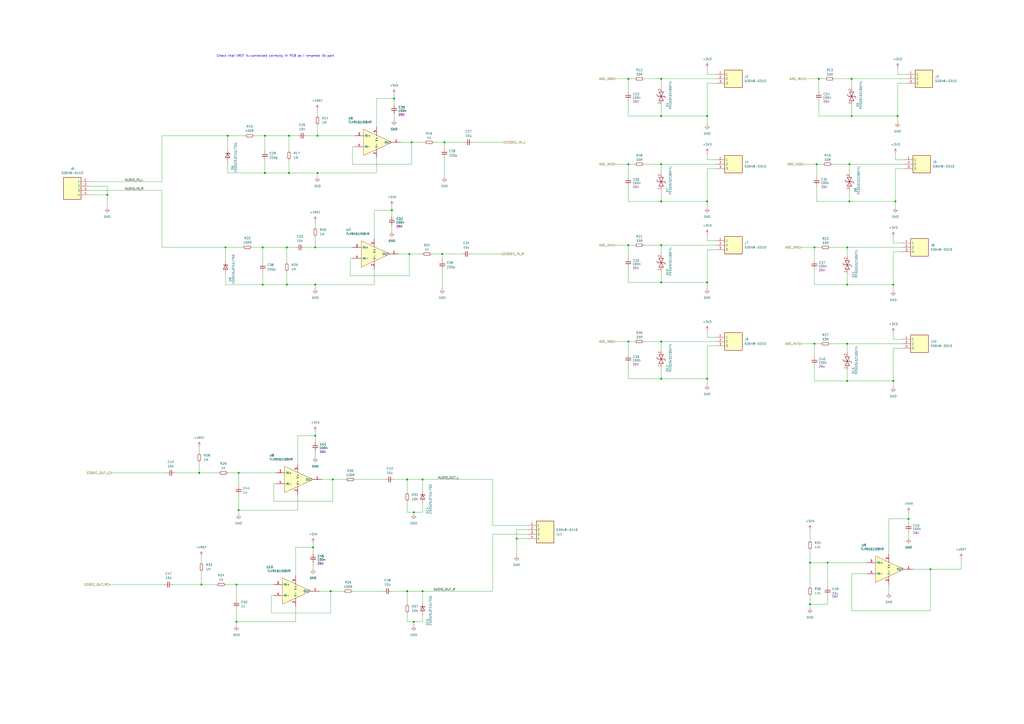
<source format=kicad_sch>
(kicad_sch (version 20231120) (generator "eeschema") (generator_version "8.0")
  (paper "A2")
  (junction (at 494.03 45.72))
  (junction (at 182.88 252.73))
  (junction (at 238.76 82.55))
  (junction (at 299.72 312.42))
  (junction (at 520.7 67.31))
  (junction (at 237.49 147.32))
  (junction (at 228.6 57.15))
  (junction (at 491.49 199.39))
  (junction (at 410.21 116.84))
  (junction (at 240.03 297.18))
  (junction (at 236.22 278.13))
  (junction (at 472.44 199.39))
  (junction (at 256.54 147.32))
  (junction (at 410.21 219.71))
  (junction (at 518.16 220.98))
  (junction (at 364.49 45.72))
  (junction (at 539.75 330.2))
  (junction (at 182.88 165.1))
  (junction (at 181.61 317.5))
  (junction (at 138.43 295.91))
  (junction (at 491.49 220.98))
  (junction (at 383.54 142.24))
  (junction (at 245.11 342.9))
  (junction (at 364.49 198.12))
  (junction (at 383.54 219.71))
  (junction (at 115.57 274.32))
  (junction (at 410.21 163.83))
  (junction (at 383.54 116.84))
  (junction (at 473.71 95.25))
  (junction (at 236.22 342.9))
  (junction (at 364.49 95.25))
  (junction (at 138.43 274.32))
  (junction (at 519.43 116.84))
  (junction (at 116.84 339.09))
  (junction (at 184.15 78.74))
  (junction (at 193.04 278.13))
  (junction (at 364.49 142.24))
  (junction (at 491.49 143.51))
  (junction (at 492.76 116.84))
  (junction (at 153.67 100.33))
  (junction (at 410.21 67.31))
  (junction (at 491.49 165.1))
  (junction (at 480.06 326.39))
  (junction (at 527.05 300.99))
  (junction (at 383.54 95.25))
  (junction (at 166.37 143.51))
  (junction (at 137.16 360.68))
  (junction (at 137.16 339.09))
  (junction (at 227.33 121.92))
  (junction (at 518.16 165.1))
  (junction (at 383.54 198.12))
  (junction (at 245.11 278.13))
  (junction (at 474.98 45.72))
  (junction (at 152.4 165.1))
  (junction (at 469.9 326.39))
  (junction (at 166.37 165.1))
  (junction (at 184.15 100.33))
  (junction (at 383.54 45.72))
  (junction (at 191.77 342.9))
  (junction (at 492.76 95.25))
  (junction (at 494.03 67.31))
  (junction (at 152.4 143.51))
  (junction (at 469.9 350.52))
  (junction (at 472.44 143.51))
  (junction (at 167.64 100.33))
  (junction (at 132.08 78.74))
  (junction (at 383.54 67.31))
  (junction (at 240.03 360.68))
  (junction (at 130.81 143.51))
  (junction (at 257.81 82.55))
  (junction (at 153.67 78.74))
  (junction (at 167.64 78.74))
  (junction (at 383.54 163.83))
  (junction (at 62.23 113.03))
  (junction (at 182.88 143.51))
  (wire (pts (xy 153.67 100.33) (xy 167.64 100.33)))
  (wire (pts (xy 138.43 287.02) (xy 138.43 295.91)))
  (wire (pts (xy 171.45 351.79) (xy 171.45 360.68)))
  (wire (pts (xy 203.2 149.86) (xy 204.47 149.86)))
  (wire (pts (xy 138.43 281.94) (xy 138.43 274.32)))
  (wire (pts (xy 181.61 314.96) (xy 181.61 317.5)))
  (wire (pts (xy 383.54 95.25) (xy 383.54 100.33)))
  (wire (pts (xy 415.29 139.7) (xy 410.21 139.7)))
  (wire (pts (xy 518.16 146.05) (xy 518.16 165.1)))
  (wire (pts (xy 203.2 149.86) (xy 203.2 160.02)))
  (wire (pts (xy 218.44 73.66) (xy 218.44 57.15)))
  (wire (pts (xy 480.06 345.44) (xy 480.06 350.52)))
  (wire (pts (xy 182.88 165.1) (xy 217.17 165.1)))
  (wire (pts (xy 228.6 278.13) (xy 236.22 278.13)))
  (wire (pts (xy 256.54 147.32) (xy 267.97 147.32)))
  (wire (pts (xy 172.72 78.74) (xy 167.64 78.74)))
  (wire (pts (xy 217.17 138.43) (xy 217.17 121.92)))
  (wire (pts (xy 364.49 58.42) (xy 364.49 67.31)))
  (wire (pts (xy 474.98 45.72) (xy 474.98 53.34)))
  (wire (pts (xy 236.22 342.9) (xy 245.11 342.9)))
  (wire (pts (xy 364.49 154.94) (xy 364.49 163.83)))
  (wire (pts (xy 181.61 326.39) (xy 181.61 330.2)))
  (wire (pts (xy 152.4 157.48) (xy 152.4 165.1)))
  (wire (pts (xy 217.17 156.21) (xy 217.17 165.1)))
  (wire (pts (xy 193.04 278.13) (xy 200.66 278.13)))
  (wire (pts (xy 364.49 67.31) (xy 383.54 67.31)))
  (wire (pts (xy 245.11 278.13) (xy 285.75 278.13)))
  (wire (pts (xy 383.54 67.31) (xy 410.21 67.31)))
  (wire (pts (xy 245.11 360.68) (xy 240.03 360.68)))
  (wire (pts (xy 415.29 92.71) (xy 410.21 92.71)))
  (wire (pts (xy 515.62 321.31) (xy 515.62 300.99)))
  (wire (pts (xy 491.49 199.39) (xy 491.49 204.47)))
  (wire (pts (xy 383.54 198.12) (xy 383.54 203.2)))
  (wire (pts (xy 472.44 199.39) (xy 476.25 199.39)))
  (wire (pts (xy 116.84 339.09) (xy 125.73 339.09)))
  (wire (pts (xy 472.44 156.21) (xy 472.44 165.1)))
  (wire (pts (xy 519.43 116.84) (xy 519.43 120.65)))
  (wire (pts (xy 356.87 95.25) (xy 364.49 95.25)))
  (wire (pts (xy 383.54 219.71) (xy 383.54 213.36)))
  (wire (pts (xy 52.07 110.49) (xy 93.98 110.49)))
  (wire (pts (xy 524.51 97.79) (xy 519.43 97.79)))
  (wire (pts (xy 116.84 322.58) (xy 116.84 326.39)))
  (wire (pts (xy 245.11 278.13) (xy 245.11 284.48)))
  (wire (pts (xy 203.2 160.02) (xy 237.49 160.02)))
  (wire (pts (xy 515.62 339.09) (xy 515.62 344.17)))
  (wire (pts (xy 251.46 82.55) (xy 257.81 82.55)))
  (wire (pts (xy 410.21 200.66) (xy 415.29 200.66)))
  (wire (pts (xy 176.53 143.51) (xy 182.88 143.51)))
  (wire (pts (xy 62.23 107.95) (xy 62.23 113.03)))
  (wire (pts (xy 204.47 85.09) (xy 205.74 85.09)))
  (wire (pts (xy 383.54 142.24) (xy 383.54 147.32)))
  (wire (pts (xy 474.98 45.72) (xy 478.79 45.72)))
  (wire (pts (xy 480.06 326.39) (xy 502.92 326.39)))
  (wire (pts (xy 177.8 78.74) (xy 184.15 78.74)))
  (wire (pts (xy 492.76 116.84) (xy 492.76 110.49)))
  (wire (pts (xy 130.81 143.51) (xy 130.81 151.13)))
  (wire (pts (xy 306.07 309.88) (xy 285.75 309.88)))
  (wire (pts (xy 410.21 43.18) (xy 410.21 39.37)))
  (wire (pts (xy 137.16 339.09) (xy 137.16 347.98)))
  (wire (pts (xy 410.21 195.58) (xy 410.21 191.77)))
  (wire (pts (xy 52.07 107.95) (xy 62.23 107.95)))
  (wire (pts (xy 205.74 278.13) (xy 223.52 278.13)))
  (wire (pts (xy 245.11 292.1) (xy 245.11 297.18)))
  (wire (pts (xy 491.49 165.1) (xy 491.49 158.75)))
  (wire (pts (xy 364.49 95.25) (xy 364.49 102.87)))
  (wire (pts (xy 364.49 45.72) (xy 368.3 45.72)))
  (wire (pts (xy 364.49 45.72) (xy 364.49 53.34)))
  (wire (pts (xy 410.21 48.26) (xy 410.21 67.31)))
  (wire (pts (xy 383.54 163.83) (xy 383.54 157.48)))
  (wire (pts (xy 236.22 278.13) (xy 236.22 285.75)))
  (wire (pts (xy 285.75 309.88) (xy 285.75 342.9)))
  (wire (pts (xy 64.77 274.32) (xy 96.52 274.32)))
  (wire (pts (xy 193.04 290.83) (xy 193.04 278.13)))
  (wire (pts (xy 515.62 300.99) (xy 527.05 300.99)))
  (wire (pts (xy 158.75 280.67) (xy 158.75 290.83)))
  (wire (pts (xy 472.44 212.09) (xy 472.44 220.98)))
  (wire (pts (xy 494.03 354.33) (xy 539.75 354.33)))
  (wire (pts (xy 356.87 45.72) (xy 364.49 45.72)))
  (wire (pts (xy 472.44 143.51) (xy 476.25 143.51)))
  (wire (pts (xy 182.88 137.16) (xy 182.88 143.51)))
  (wire (pts (xy 138.43 295.91) (xy 138.43 298.45)))
  (wire (pts (xy 364.49 198.12) (xy 364.49 205.74)))
  (wire (pts (xy 383.54 67.31) (xy 383.54 60.96)))
  (wire (pts (xy 410.21 67.31) (xy 410.21 72.39)))
  (wire (pts (xy 228.6 57.15) (xy 228.6 60.96)))
  (wire (pts (xy 364.49 198.12) (xy 368.3 198.12)))
  (wire (pts (xy 137.16 353.06) (xy 137.16 360.68)))
  (wire (pts (xy 492.76 95.25) (xy 492.76 100.33)))
  (wire (pts (xy 245.11 342.9) (xy 285.75 342.9)))
  (wire (pts (xy 523.24 201.93) (xy 518.16 201.93)))
  (wire (pts (xy 184.15 100.33) (xy 218.44 100.33)))
  (wire (pts (xy 152.4 165.1) (xy 166.37 165.1)))
  (wire (pts (xy 257.81 91.44) (xy 257.81 102.87)))
  (wire (pts (xy 236.22 278.13) (xy 245.11 278.13)))
  (wire (pts (xy 494.03 67.31) (xy 494.03 60.96)))
  (wire (pts (xy 373.38 142.24) (xy 383.54 142.24)))
  (wire (pts (xy 299.72 307.34) (xy 299.72 312.42)))
  (wire (pts (xy 383.54 116.84) (xy 410.21 116.84)))
  (wire (pts (xy 356.87 142.24) (xy 364.49 142.24)))
  (wire (pts (xy 93.98 78.74) (xy 132.08 78.74)))
  (wire (pts (xy 410.21 97.79) (xy 415.29 97.79)))
  (wire (pts (xy 238.76 95.25) (xy 238.76 82.55)))
  (wire (pts (xy 218.44 57.15) (xy 228.6 57.15)))
  (wire (pts (xy 204.47 95.25) (xy 238.76 95.25)))
  (wire (pts (xy 182.88 261.62) (xy 182.88 265.43)))
  (wire (pts (xy 182.88 165.1) (xy 182.88 167.64)))
  (wire (pts (xy 171.45 334.01) (xy 171.45 317.5)))
  (wire (pts (xy 539.75 354.33) (xy 539.75 330.2)))
  (wire (pts (xy 415.29 48.26) (xy 410.21 48.26)))
  (wire (pts (xy 469.9 350.52) (xy 469.9 353.06)))
  (wire (pts (xy 172.72 252.73) (xy 182.88 252.73)))
  (wire (pts (xy 115.57 259.08) (xy 115.57 262.89)))
  (wire (pts (xy 482.6 95.25) (xy 492.76 95.25)))
  (wire (pts (xy 116.84 331.47) (xy 116.84 339.09)))
  (wire (pts (xy 527.05 300.99) (xy 527.05 303.53)))
  (wire (pts (xy 410.21 163.83) (xy 410.21 167.64)))
  (wire (pts (xy 472.44 220.98) (xy 491.49 220.98)))
  (wire (pts (xy 491.49 199.39) (xy 523.24 199.39)))
  (wire (pts (xy 191.77 355.6) (xy 191.77 342.9)))
  (wire (pts (xy 93.98 105.41) (xy 93.98 78.74)))
  (wire (pts (xy 469.9 326.39) (xy 480.06 326.39)))
  (wire (pts (xy 481.33 199.39) (xy 491.49 199.39)))
  (wire (pts (xy 146.05 143.51) (xy 152.4 143.51)))
  (wire (pts (xy 157.48 345.44) (xy 158.75 345.44)))
  (wire (pts (xy 227.33 130.81) (xy 227.33 134.62)))
  (wire (pts (xy 364.49 142.24) (xy 368.3 142.24)))
  (wire (pts (xy 132.08 78.74) (xy 142.24 78.74)))
  (wire (pts (xy 502.92 332.74) (xy 494.03 332.74)))
  (wire (pts (xy 472.44 165.1) (xy 491.49 165.1)))
  (wire (pts (xy 237.49 147.32) (xy 245.11 147.32)))
  (wire (pts (xy 115.57 267.97) (xy 115.57 274.32)))
  (wire (pts (xy 245.11 297.18) (xy 240.03 297.18)))
  (wire (pts (xy 467.36 45.72) (xy 474.98 45.72)))
  (wire (pts (xy 494.03 45.72) (xy 525.78 45.72)))
  (wire (pts (xy 469.9 345.44) (xy 469.9 350.52)))
  (wire (pts (xy 364.49 95.25) (xy 368.3 95.25)))
  (wire (pts (xy 166.37 143.51) (xy 166.37 152.4)))
  (wire (pts (xy 217.17 121.92) (xy 227.33 121.92)))
  (wire (pts (xy 167.64 78.74) (xy 167.64 87.63)))
  (wire (pts (xy 157.48 355.6) (xy 191.77 355.6)))
  (wire (pts (xy 232.41 82.55) (xy 238.76 82.55)))
  (wire (pts (xy 373.38 198.12) (xy 383.54 198.12)))
  (wire (pts (xy 525.78 43.18) (xy 520.7 43.18)))
  (wire (pts (xy 383.54 116.84) (xy 383.54 110.49)))
  (wire (pts (xy 93.98 143.51) (xy 130.81 143.51)))
  (wire (pts (xy 257.81 82.55) (xy 257.81 86.36)))
  (wire (pts (xy 240.03 360.68) (xy 236.22 360.68)))
  (wire (pts (xy 373.38 95.25) (xy 383.54 95.25)))
  (wire (pts (xy 240.03 297.18) (xy 240.03 298.45)))
  (wire (pts (xy 464.82 143.51) (xy 472.44 143.51)))
  (wire (pts (xy 473.71 95.25) (xy 473.71 102.87)))
  (wire (pts (xy 383.54 142.24) (xy 415.29 142.24)))
  (wire (pts (xy 518.16 165.1) (xy 518.16 168.91)))
  (wire (pts (xy 364.49 142.24) (xy 364.49 149.86)))
  (wire (pts (xy 364.49 210.82) (xy 364.49 219.71)))
  (wire (pts (xy 228.6 54.61) (xy 228.6 57.15)))
  (wire (pts (xy 228.6 66.04) (xy 228.6 69.85)))
  (wire (pts (xy 491.49 143.51) (xy 523.24 143.51)))
  (wire (pts (xy 469.9 326.39) (xy 469.9 340.36)))
  (wire (pts (xy 274.32 82.55) (xy 292.1 82.55)))
  (wire (pts (xy 527.05 308.61) (xy 527.05 312.42)))
  (wire (pts (xy 364.49 107.95) (xy 364.49 116.84)))
  (wire (pts (xy 227.33 121.92) (xy 227.33 125.73)))
  (wire (pts (xy 93.98 110.49) (xy 93.98 143.51)))
  (wire (pts (xy 158.75 280.67) (xy 160.02 280.67)))
  (wire (pts (xy 153.67 87.63) (xy 153.67 78.74)))
  (wire (pts (xy 172.72 287.02) (xy 172.72 295.91)))
  (wire (pts (xy 231.14 147.32) (xy 237.49 147.32)))
  (wire (pts (xy 523.24 196.85) (xy 518.16 196.85)))
  (wire (pts (xy 518.16 220.98) (xy 518.16 224.79)))
  (wire (pts (xy 299.72 312.42) (xy 306.07 312.42)))
  (wire (pts (xy 299.72 312.42) (xy 299.72 322.58)))
  (wire (pts (xy 182.88 128.27) (xy 182.88 132.08)))
  (wire (pts (xy 236.22 342.9) (xy 236.22 350.52)))
  (wire (pts (xy 474.98 67.31) (xy 494.03 67.31)))
  (wire (pts (xy 383.54 95.25) (xy 415.29 95.25)))
  (wire (pts (xy 236.22 355.6) (xy 236.22 360.68)))
  (wire (pts (xy 227.33 119.38) (xy 227.33 121.92)))
  (wire (pts (xy 137.16 360.68) (xy 171.45 360.68)))
  (wire (pts (xy 410.21 200.66) (xy 410.21 219.71)))
  (wire (pts (xy 172.72 269.24) (xy 172.72 252.73)))
  (wire (pts (xy 182.88 250.19) (xy 182.88 252.73)))
  (wire (pts (xy 410.21 219.71) (xy 410.21 223.52)))
  (wire (pts (xy 519.43 97.79) (xy 519.43 116.84)))
  (wire (pts (xy 182.88 252.73) (xy 182.88 256.54)))
  (wire (pts (xy 481.33 143.51) (xy 491.49 143.51)))
  (wire (pts (xy 472.44 143.51) (xy 472.44 151.13)))
  (wire (pts (xy 383.54 163.83) (xy 410.21 163.83)))
  (wire (pts (xy 204.47 342.9) (xy 222.25 342.9)))
  (wire (pts (xy 539.75 330.2) (xy 529.59 330.2)))
  (wire (pts (xy 115.57 274.32) (xy 127 274.32)))
  (wire (pts (xy 218.44 91.44) (xy 218.44 100.33)))
  (wire (pts (xy 184.15 72.39) (xy 184.15 78.74)))
  (wire (pts (xy 184.15 63.5) (xy 184.15 67.31)))
  (wire (pts (xy 520.7 48.26) (xy 520.7 67.31)))
  (wire (pts (xy 491.49 220.98) (xy 518.16 220.98)))
  (wire (pts (xy 520.7 43.18) (xy 520.7 39.37)))
  (wire (pts (xy 171.45 317.5) (xy 181.61 317.5)))
  (wire (pts (xy 62.23 113.03) (xy 52.07 113.03)))
  (wire (pts (xy 491.49 143.51) (xy 491.49 148.59)))
  (wire (pts (xy 157.48 345.44) (xy 157.48 355.6)))
  (wire (pts (xy 557.53 323.85) (xy 557.53 330.2)))
  (wire (pts (xy 245.11 356.87) (xy 245.11 360.68)))
  (wire (pts (xy 101.6 274.32) (xy 115.57 274.32)))
  (wire (pts (xy 52.07 105.41) (xy 93.98 105.41)))
  (wire (pts (xy 415.29 195.58) (xy 410.21 195.58)))
  (wire (pts (xy 132.08 100.33) (xy 153.67 100.33)))
  (wire (pts (xy 191.77 342.9) (xy 199.39 342.9)))
  (wire (pts (xy 236.22 290.83) (xy 236.22 297.18)))
  (wire (pts (xy 520.7 67.31) (xy 520.7 71.12)))
  (wire (pts (xy 184.15 100.33) (xy 184.15 102.87)))
  (wire (pts (xy 153.67 78.74) (xy 167.64 78.74)))
  (wire (pts (xy 364.49 163.83) (xy 383.54 163.83)))
  (wire (pts (xy 153.67 92.71) (xy 153.67 100.33)))
  (wire (pts (xy 525.78 48.26) (xy 520.7 48.26)))
  (wire (pts (xy 364.49 116.84) (xy 383.54 116.84)))
  (wire (pts (xy 137.16 360.68) (xy 137.16 363.22)))
  (wire (pts (xy 132.08 93.98) (xy 132.08 100.33)))
  (wire (pts (xy 415.29 43.18) (xy 410.21 43.18)))
  (wire (pts (xy 285.75 304.8) (xy 285.75 278.13)))
  (wire (pts (xy 494.03 45.72) (xy 494.03 50.8)))
  (wire (pts (xy 130.81 158.75) (xy 130.81 165.1)))
  (wire (pts (xy 494.03 332.74) (xy 494.03 354.33)))
  (wire (pts (xy 306.07 307.34) (xy 299.72 307.34)))
  (wire (pts (xy 492.76 95.25) (xy 524.51 95.25)))
  (wire (pts (xy 250.19 147.32) (xy 256.54 147.32)))
  (wire (pts (xy 466.09 95.25) (xy 473.71 95.25)))
  (wire (pts (xy 186.69 278.13) (xy 193.04 278.13)))
  (wire (pts (xy 152.4 143.51) (xy 166.37 143.51)))
  (wire (pts (xy 527.05 297.18) (xy 527.05 300.99)))
  (wire (pts (xy 473.71 116.84) (xy 492.76 116.84)))
  (wire (pts (xy 171.45 143.51) (xy 166.37 143.51)))
  (wire (pts (xy 410.21 144.78) (xy 415.29 144.78)))
  (wire (pts (xy 130.81 165.1) (xy 152.4 165.1)))
  (wire (pts (xy 524.51 92.71) (xy 519.43 92.71)))
  (wire (pts (xy 373.38 45.72) (xy 383.54 45.72)))
  (wire (pts (xy 464.82 199.39) (xy 472.44 199.39)))
  (wire (pts (xy 240.03 297.18) (xy 236.22 297.18)))
  (wire (pts (xy 100.33 339.09) (xy 116.84 339.09)))
  (wire (pts (xy 410.21 144.78) (xy 410.21 163.83)))
  (wire (pts (xy 63.5 339.09) (xy 95.25 339.09)))
  (wire (pts (xy 137.16 339.09) (xy 158.75 339.09)))
  (wire (pts (xy 483.87 45.72) (xy 494.03 45.72)))
  (wire (pts (xy 518.16 201.93) (xy 518.16 220.98)))
  (wire (pts (xy 204.47 85.09) (xy 204.47 95.25)))
  (wire (pts (xy 185.42 342.9) (xy 191.77 342.9)))
  (wire (pts (xy 184.15 78.74) (xy 205.74 78.74)))
  (wire (pts (xy 383.54 219.71) (xy 410.21 219.71)))
  (wire (pts (xy 474.98 58.42) (xy 474.98 67.31)))
  (wire (pts (xy 132.08 78.74) (xy 132.08 86.36)))
  (wire (pts (xy 138.43 274.32) (xy 160.02 274.32)))
  (wire (pts (xy 473.71 107.95) (xy 473.71 116.84)))
  (wire (pts (xy 383.54 45.72) (xy 415.29 45.72)))
  (wire (pts (xy 181.61 317.5) (xy 181.61 321.31)))
  (wire (pts (xy 410.21 116.84) (xy 410.21 120.65)))
  (wire (pts (xy 256.54 156.21) (xy 256.54 167.64)))
  (wire (pts (xy 519.43 92.71) (xy 519.43 88.9)))
  (wire (pts (xy 152.4 152.4) (xy 152.4 143.51)))
  (wire (pts (xy 182.88 143.51) (xy 204.47 143.51)))
  (wire (pts (xy 480.06 350.52) (xy 469.9 350.52)))
  (wire (pts (xy 469.9 307.34) (xy 469.9 313.69)))
  (wire (pts (xy 491.49 220.98) (xy 491.49 214.63)))
  (wire (pts (xy 238.76 82.55) (xy 246.38 82.55)))
  (wire (pts (xy 523.24 140.97) (xy 518.16 140.97)))
  (wire (pts (xy 491.49 165.1) (xy 518.16 165.1)))
  (wire (pts (xy 237.49 160.02) (xy 237.49 147.32)))
  (wire (pts (xy 166.37 157.48) (xy 166.37 165.1)))
  (wire (pts (xy 539.75 330.2) (xy 557.53 330.2)))
  (wire (pts (xy 166.37 165.1) (xy 182.88 165.1)))
  (wire (pts (xy 167.64 100.33) (xy 184.15 100.33)))
  (wire (pts (xy 158.75 290.83) (xy 193.04 290.83)))
  (wire (pts (xy 240.03 360.68) (xy 240.03 363.22)))
  (wire (pts (xy 256.54 147.32) (xy 256.54 151.13)))
  (wire (pts (xy 494.03 67.31) (xy 520.7 67.31)))
  (wire (pts (xy 147.32 78.74) (xy 153.67 78.74)))
  (wire (pts (xy 257.81 82.55) (xy 269.24 82.55)))
  (wire (pts (xy 383.54 198.12) (xy 415.29 198.12)))
  (wire (pts (xy 245.11 342.9) (xy 245.11 349.25)))
  (wire (pts (xy 469.9 318.77) (xy 469.9 326.39)))
  (wire (pts (xy 138.43 274.32) (xy 132.08 274.32)))
  (wire (pts (xy 492.76 116.84) (xy 519.43 116.84)))
  (wire (pts (xy 364.49 219.71) (xy 383.54 219.71)))
  (wire (pts (xy 473.71 95.25) (xy 477.52 95.25)))
  (wire (pts (xy 167.64 92.71) (xy 167.64 100.33)))
  (wire (pts (xy 518.16 196.85) (xy 518.16 193.04)))
  (wire (pts (xy 138.43 295.91) (xy 172.72 295.91)))
  (wire (pts (xy 306.07 304.8) (xy 285.75 304.8)))
  (wire (pts (xy 410.21 97.79) (xy 410.21 116.84)))
  (wire (pts (xy 480.06 326.39) (xy 480.06 340.36)))
  (wire (pts (xy 130.81 143.51) (xy 140.97 143.51)))
  (wire (pts (xy 62.23 113.03) (xy 62.23 120.65)))
  (wire (pts (xy 472.44 199.39) (xy 472.44 207.01)))
  (wire (pts (xy 356.87 198.12) (xy 364.49 198.12)))
  (wire (pts (xy 383.54 45.72) (xy 383.54 50.8)))
  (wire (pts (xy 273.05 147.32) (xy 290.83 147.32)))
  (wire (pts (xy 410.21 92.71) (xy 410.21 88.9)))
  (wire (pts (xy 410.21 139.7) (xy 410.21 135.89)))
  (wire (pts (xy 227.33 342.9) (xy 236.22 342.9)))
  (wire (pts (xy 518.16 140.97) (xy 518.16 137.16)))
  (wire (pts (xy 130.81 339.09) (xy 137.16 339.09)))
  (wire (pts (xy 523.24 146.05) (xy 518.16 146.05)))
  (text "Check that VREF is connected correctly in PCB as I renamed lib part\n" (at 159.766 32.512 0) (effects (font (size 1.27 1.27))))
  (label "AUDIO_OUT_R" (at 251.46 342.9 0))
  (label "AUDIO_IN_L" (at 72.39 105.41 0))
  (label "AUDIO_IN_R" (at 72.39 110.49 0))
  (label "AUDIO_OUT_L" (at 254 278.13 0))
  (hierarchical_label "ADC_IN6" (shape input) (at 356.87 198.12 180))
  (hierarchical_label "CODEC_OUT_L" (shape input) (at 64.77 274.32 180))
  (hierarchical_label "ADC_IN2" (shape input) (at 356.87 95.25 180))
  (hierarchical_label "ADC_IN3" (shape input) (at 466.09 95.25 180))
  (hierarchical_label "ADC_IN4" (shape input) (at 356.87 142.24 180))
  (hierarchical_label "ADC_IN5" (shape input) (at 464.82 143.51 180))
  (hierarchical_label "CODEC_OUT_R" (shape input) (at 63.5 339.09 180))
  (hierarchical_label "ADC_IN1" (shape input) (at 467.36 45.72 180))
  (hierarchical_label "CODEC_IN_L" (shape input) (at 292.1 82.55 0))
  (hierarchical_label "ADC_IN0" (shape input) (at 356.87 45.72 180))
  (hierarchical_label "ADC_IN7" (shape input) (at 464.82 199.39 180))
  (hierarchical_label "CODEC_IN_R" (shape input) (at 290.83 147.32 0))
  (symbol (lib_id "Device:C_Small") (at 256.54 153.67 180) (unit 1)
    (property "Reference" "C36" (at 259.08 152.3935 0) (effects (justify right)))
    (property "Value" "220p" (at 259.08 154.9335 0) (effects (justify right)))
    (property "Footprint" "Capacitor_SMD:C_0402_1005Metric" (effects (hide yes)))
    (property "Description" "Unpolarized capacitor, small symbol" (effects (hide yes)))
  )
  (symbol (lib_id "Device:C_Small") (at 175.26 78.74 90) (unit 1)
    (property "Reference" "C26" (at 175.2663 72.39 90))
    (property "Value" "10n" (at 175.2663 74.93 90))
    (property "Footprint" "Capacitor_SMD:C_0402_1005Metric" (effects (hide yes)))
    (property "Description" "Unpolarized capacitor, small symbol" (effects (hide yes)))
  )
  (symbol (lib_id "Chase_OPAMP:TLV9161IDBVR") (at 201.93 82.55 0) (unit 1)
    (property "Reference" "U6" (at 203.454 68.58 0))
    (property "Value" "TLV9161IDBVR" (at 208.788 70.866 0))
    (property "Datasheet" "https://www.ti.com/lit/ds/symlink/tlv9161.pdf?HQS=dis-mous-null-mousermode-dsf-pf-null-wwe&ts=1675947383550&ref_url=https%253A%252F%252Fwww.mouser.de%252F" (effects (hide yes)))
    (property "Description" "Operational Amplifiers - Op Amps Single 10-MHz, 16-V rail-to-rail input/output, very low noise, high slew rate op amp" (effects (hide yes)))
    (property "Height" "1.45" (effects (hide yes)))
    (property "Mouser Part Number" "595-TLV9161IDBVR" (effects (hide yes)))
    (property "Mouser Price/Stock" "https://www.mouser.co.uk/ProductDetail/Texas-Instruments/TLV9161IDBVR?qs=Rp5uXu7WBW%2FkWJAGvxG3xQ%3D%3D" (effects (hide yes)))
    (property "Manufacturer_Name" "Texas Instruments" (effects (hide yes)))
    (property "Manufacturer_Part_Number" "TLV9161IDBVR" (effects (hide yes)))
  )
  (symbol (lib_id "Chase_Diode:PESD3V3Z1BSFYL") (at 383.54 160.02 90) (unit 1)
    (property "Reference" "D10" (at 387.096 155.956 0) (effects (justify right)))
    (property "Value" "PESD3V3Z1BSFYL" (at 388.874 143.256 0) (effects (justify right)))
    (property "Datasheet" "https://assets.nexperia.com/documents/data-sheet/PESD3V3Z1BSF.pdf" (effects (hide yes)))
    (property "Description" "PESD3V3Z1BSF - Extremely low capacitance bidirectional ESD protection diode" (effects (hide yes)))
    (property "Mouser Part Number" "771-PESD3V3Z1BSFYL" (effects (hide yes)))
    (property "Mouser Price/Stock" "https://www.mouser.co.uk/ProductDetail/Nexperia/PESD3V3Z1BSFYL?qs=%252BEew9%252B0nqrB3Csg8iRki7Q%3D%3D" (effects (hide yes)))
    (property "Manufacturer_Name" "Nexperia" (effects (hide yes)))
    (property "Manufacturer_Part_Number" "PESD3V3Z1BSFYL" (effects (hide yes)))
  )
  (symbol (lib_id "power:VD") (at 116.84 322.58 0) (unit 1)
    (property "Reference" "#PWR057" (effects (hide yes)))
    (property "Value" "+VREF" (at 116.84 317.5 0))
    (property "Description" "Power symbol creates a global label with name \"VD\"" (effects (hide yes)))
  )
  (symbol (lib_id "Chase_Diode:PESD3V3Z1BSFYL") (at 383.54 63.5 90) (unit 1)
    (property "Reference" "D4" (at 387.096 59.436 0) (effects (justify right)))
    (property "Value" "PESD3V3Z1BSFYL" (at 388.874 46.736 0) (effects (justify right)))
    (property "Datasheet" "https://assets.nexperia.com/documents/data-sheet/PESD3V3Z1BSF.pdf" (effects (hide yes)))
    (property "Description" "PESD3V3Z1BSF - Extremely low capacitance bidirectional ESD protection diode" (effects (hide yes)))
    (property "Mouser Part Number" "771-PESD3V3Z1BSFYL" (effects (hide yes)))
    (property "Mouser Price/Stock" "https://www.mouser.co.uk/ProductDetail/Nexperia/PESD3V3Z1BSFYL?qs=%252BEew9%252B0nqrB3Csg8iRki7Q%3D%3D" (effects (hide yes)))
    (property "Manufacturer_Name" "Nexperia" (effects (hide yes)))
    (property "Manufacturer_Part_Number" "PESD3V3Z1BSFYL" (effects (hide yes)))
  )
  (symbol (lib_id "power:GND") (at 410.21 167.64 0) (unit 1)
    (property "Reference" "#PWR042" (effects (hide yes)))
    (property "Value" "GND" (at 410.21 172.72 0))
    (property "Description" "Power symbol creates a global label with name \"GND\" , ground" (effects (hide yes)))
  )
  (symbol (lib_id "power:GND") (at 257.81 102.87 0) (unit 1)
    (property "Reference" "#PWR031" (effects (hide yes)))
    (property "Value" "GND" (at 257.81 107.95 0))
    (property "Description" "Power symbol creates a global label with name \"GND\" , ground" (effects (hide yes)))
  )
  (symbol (lib_id "power:GND") (at 62.23 120.65 0) (unit 1)
    (property "Reference" "#PWR033" (effects (hide yes)))
    (property "Value" "GND" (at 62.23 125.73 0))
    (property "Description" "Power symbol creates a global label with name \"GND\" , ground" (effects (hide yes)))
  )
  (symbol (lib_id "Device:R_Small") (at 115.57 265.43 0) (unit 1)
    (property "Reference" "R28" (at 118.11 264.1599 0) (effects (justify left)))
    (property "Value" "1M" (at 118.11 266.6999 0) (effects (justify left)))
    (property "Footprint" "Resistor_SMD:R_0402_1005Metric_Pad0.72x0.64mm_HandSolder" (effects (hide yes)))
    (property "Description" "Resistor, small symbol" (effects (hide yes)))
  )
  (symbol (lib_id "power:GND") (at 469.9 353.06 0) (unit 1)
    (property "Reference" "#PWR062" (effects (hide yes)))
    (property "Value" "GND" (at 469.9 358.14 0))
    (property "Description" "Power symbol creates a global label with name \"GND\" , ground" (effects (hide yes)))
  )
  (symbol (lib_id "power:+3V3") (at 520.7 39.37 0) (unit 1)
    (property "Reference" "#PWR022" (effects (hide yes)))
    (property "Value" "+3V3" (at 520.7 34.29 0))
    (property "Description" "Power symbol creates a global label with name \"+3V3\"" (effects (hide yes)))
  )
  (symbol (lib_id "Chase_OPAMP:TLV9161IDBVR") (at 156.21 278.13 0) (unit 1)
    (property "Reference" "U8" (at 157.734 264.16 0))
    (property "Value" "TLV9161IDBVR" (at 163.068 266.446 0))
    (property "Datasheet" "https://www.ti.com/lit/ds/symlink/tlv9161.pdf?HQS=dis-mous-null-mousermode-dsf-pf-null-wwe&ts=1675947383550&ref_url=https%253A%252F%252Fwww.mouser.de%252F" (effects (hide yes)))
    (property "Description" "Operational Amplifiers - Op Amps Single 10-MHz, 16-V rail-to-rail input/output, very low noise, high slew rate op amp" (effects (hide yes)))
    (property "Height" "1.45" (effects (hide yes)))
    (property "Mouser Part Number" "595-TLV9161IDBVR" (effects (hide yes)))
    (property "Mouser Price/Stock" "https://www.mouser.co.uk/ProductDetail/Texas-Instruments/TLV9161IDBVR?qs=Rp5uXu7WBW%2FkWJAGvxG3xQ%3D%3D" (effects (hide yes)))
    (property "Manufacturer_Name" "Texas Instruments" (effects (hide yes)))
    (property "Manufacturer_Part_Number" "TLV9161IDBVR" (effects (hide yes)))
  )
  (symbol (lib_id "Device:C_Small") (at 99.06 274.32 90) (unit 1)
    (property "Reference" "C42" (at 99.0663 267.97 90))
    (property "Value" "10n" (at 99.0663 270.51 90))
    (property "Footprint" "Capacitor_SMD:C_0402_1005Metric" (effects (hide yes)))
    (property "Description" "Unpolarized capacitor, small symbol" (effects (hide yes)))
  )
  (symbol (lib_id "Device:C_Small") (at 364.49 105.41 0) (unit 1)
    (property "Reference" "C30" (at 367.03 104.1462 0) (effects (justify left)))
    (property "Value" "100n" (at 366.776 106.172 0) (effects (justify left)))
    (property "Footprint" "Capacitor_SMD:C_0402_1005Metric" (effects (hide yes)))
    (property "Description" "Unpolarized capacitor, small symbol" (effects (hide yes)))
    (property "MPN" "MBAST105SB7104KFNA01" (effects (hide yes)))
    (property "MF" "TAIYO YUDEN " (effects (hide yes)))
    (property "OC_MOUSER" "963-BAST105SB7104KF" (effects (hide yes)))
    (property "Voltage" "25V" (at 368.808 108.458 0))
  )
  (symbol (lib_id "power:GND") (at 518.16 224.79 0) (unit 1)
    (property "Reference" "#PWR047" (effects (hide yes)))
    (property "Value" "GND" (at 518.16 229.87 0))
    (property "Description" "Power symbol creates a global label with name \"GND\" , ground" (effects (hide yes)))
  )
  (symbol (lib_id "Device:R_Small") (at 203.2 278.13 90) (unit 1)
    (property "Reference" "R30" (at 203.2 273.05 90))
    (property "Value" "100R" (at 203.2 275.59 90))
    (property "Footprint" "Resistor_SMD:R_0402_1005Metric_Pad0.72x0.64mm_HandSolder" (effects (hide yes)))
    (property "Description" "Resistor, small symbol" (effects (hide yes)))
  )
  (symbol (lib_id "Device:C_Small") (at 257.81 88.9 180) (unit 1)
    (property "Reference" "C28" (at 260.35 87.6235 0) (effects (justify right)))
    (property "Value" "220p" (at 260.35 90.1635 0) (effects (justify right)))
    (property "Footprint" "Capacitor_SMD:C_0402_1005Metric" (effects (hide yes)))
    (property "Description" "Unpolarized capacitor, small symbol" (effects (hide yes)))
  )
  (symbol (lib_id "Device:R_Small") (at 236.22 353.06 180) (unit 1)
    (property "Reference" "R37" (at 238.76 351.7899 0) (effects (justify right)))
    (property "Value" "10K" (at 238.76 354.3299 0) (effects (justify right)))
    (property "Footprint" "Resistor_SMD:R_0402_1005Metric_Pad0.72x0.64mm_HandSolder" (effects (hide yes)))
    (property "Description" "Resistor, small symbol" (effects (hide yes)))
  )
  (symbol (lib_id "Chase_Conn:53048-0310") (at 415.29 195.58 0) (unit 1)
    (property "Reference" "J9" (at 431.8 196.8499 0) (effects (justify left)))
    (property "Value" "53048-0310" (at 431.8 199.3899 0) (effects (justify left)))
    (property "Footprint" "Chase_Conn:SHDRRA3W35P0X125_1X3_550X550X350P" (effects (hide yes)))
    (property "Datasheet" "https://www.molex.com/pdm_docs/sd/530481010_sd.pdf" (effects (hide yes)))
    (property "Description" "Headers & Wire Housings RIGHT ANGLE HDR 3P" (effects (hide yes)))
    (property "Height" "3.5" (effects (hide yes)))
    (property "Mouser Part Number" "538-53048-0310" (effects (hide yes)))
    (property "Mouser Price/Stock" "https://www.mouser.co.uk/ProductDetail/Molex/53048-0310?qs=zXrbR4Jv0OfUlEeVnlaifA%3D%3D" (effects (hide yes)))
    (property "Manufacturer_Name" "Molex" (effects (hide yes)))
    (property "Manufacturer_Part_Number" "53048-0310" (effects (hide yes)))
  )
  (symbol (lib_id "power:VD") (at 557.53 323.85 0) (unit 1)
    (property "Reference" "#PWR059" (effects (hide yes)))
    (property "Value" "+VREF" (at 557.53 318.77 0))
    (property "Description" "Power symbol creates a global label with name \"VD\"" (effects (hide yes)))
  )
  (symbol (lib_id "power:+3V3") (at 410.21 191.77 0) (unit 1)
    (property "Reference" "#PWR044" (effects (hide yes)))
    (property "Value" "+3V3" (at 410.21 186.69 0))
    (property "Description" "Power symbol creates a global label with name \"+3V3\"" (effects (hide yes)))
  )
  (symbol (lib_id "power:GND") (at 228.6 69.85 0) (unit 1)
    (property "Reference" "#PWR025" (effects (hide yes)))
    (property "Value" "GND" (at 228.6 74.93 0))
    (property "Description" "Power symbol creates a global label with name \"GND\" , ground" (effects (hide yes)))
  )
  (symbol (lib_id "Diode:ESD5Zxx") (at 130.81 154.94 270) (unit 1)
    (property "Reference" "D9" (at 133.604 160.782 0) (effects (justify left)))
    (property "Value" "ESD5Z5.0T1G/T5G" (at 135.382 147.32 0) (effects (justify left)))
    (property "Footprint" "Diode_SMD:D_SOD-523" (effects (hide yes)))
    (property "Datasheet" "https://www.onsemi.com/pdf/datasheet/esd5z2.5t1-d.pdf" (effects (hide yes)))
    (property "Description" "ESD Protection Diode, SOD-523" (effects (hide yes)))
  )
  (symbol (lib_id "Device:C_Small") (at 138.43 284.48 0) (unit 1)
    (property "Reference" "C44" (at 140.97 283.2162 0) (effects (justify left)))
    (property "Value" "1n" (at 140.97 285.7562 0) (effects (justify left)))
    (property "Footprint" "Capacitor_SMD:C_0402_1005Metric" (effects (hide yes)))
    (property "Description" "Unpolarized capacitor, small symbol" (effects (hide yes)))
  )
  (symbol (lib_id "Device:R_Small") (at 478.79 199.39 90) (unit 1)
    (property "Reference" "R27" (at 478.79 194.31 90))
    (property "Value" "33R" (at 478.79 196.85 90))
    (property "Footprint" "Resistor_SMD:R_0402_1005Metric_Pad0.72x0.64mm_HandSolder" (effects (hide yes)))
    (property "Description" "Resistor, small symbol" (effects (hide yes)))
  )
  (symbol (lib_id "power:+5VA") (at 182.88 250.19 0) (unit 1)
    (property "Reference" "#PWR048" (effects (hide yes)))
    (property "Value" "+5VA" (at 182.88 245.11 0))
    (property "Description" "Power symbol creates a global label with name \"+5VA\"" (effects (hide yes)))
  )
  (symbol (lib_id "Chase_Conn:53048-0310") (at 525.78 43.18 0) (unit 1)
    (property "Reference" "J3" (at 542.29 44.4499 0) (effects (justify left)))
    (property "Value" "53048-0310" (at 542.29 46.9899 0) (effects (justify left)))
    (property "Footprint" "Chase_Conn:SHDRRA3W35P0X125_1X3_550X550X350P" (effects (hide yes)))
    (property "Datasheet" "https://www.molex.com/pdm_docs/sd/530481010_sd.pdf" (effects (hide yes)))
    (property "Description" "Headers & Wire Housings RIGHT ANGLE HDR 3P" (effects (hide yes)))
    (property "Height" "3.5" (effects (hide yes)))
    (property "Mouser Part Number" "538-53048-0310" (effects (hide yes)))
    (property "Mouser Price/Stock" "https://www.mouser.co.uk/ProductDetail/Molex/53048-0310?qs=zXrbR4Jv0OfUlEeVnlaifA%3D%3D" (effects (hide yes)))
    (property "Manufacturer_Name" "Molex" (effects (hide yes)))
    (property "Manufacturer_Part_Number" "53048-0310" (effects (hide yes)))
  )
  (symbol (lib_id "power:GND") (at 410.21 120.65 0) (unit 1)
    (property "Reference" "#PWR034" (effects (hide yes)))
    (property "Value" "GND" (at 410.21 125.73 0))
    (property "Description" "Power symbol creates a global label with name \"GND\" , ground" (effects (hide yes)))
  )
  (symbol (lib_id "Device:R_Small") (at 248.92 82.55 90) (unit 1)
    (property "Reference" "R16" (at 248.92 77.47 90))
    (property "Value" "1K" (at 248.92 80.01 90))
    (property "Footprint" "Resistor_SMD:R_0402_1005Metric_Pad0.72x0.64mm_HandSolder" (effects (hide yes)))
    (property "Description" "Resistor, small symbol" (effects (hide yes)))
  )
  (symbol (lib_id "Device:R_Small") (at 201.93 342.9 90) (unit 1)
    (property "Reference" "R35" (at 201.93 337.82 90))
    (property "Value" "100R" (at 201.93 340.36 90))
    (property "Footprint" "Resistor_SMD:R_0402_1005Metric_Pad0.72x0.64mm_HandSolder" (effects (hide yes)))
    (property "Description" "Resistor, small symbol" (effects (hide yes)))
  )
  (symbol (lib_id "Device:C_Small") (at 97.79 339.09 90) (unit 1)
    (property "Reference" "C47" (at 97.7963 332.74 90))
    (property "Value" "10n" (at 97.7963 335.28 90))
    (property "Footprint" "Capacitor_SMD:C_0402_1005Metric" (effects (hide yes)))
    (property "Description" "Unpolarized capacitor, small symbol" (effects (hide yes)))
  )
  (symbol (lib_id "Device:R_Small") (at 143.51 143.51 90) (unit 1)
    (property "Reference" "R22" (at 143.51 138.1442 90))
    (property "Value" "100R" (at 143.51 140.6842 90))
    (property "Footprint" "Resistor_SMD:R_0402_1005Metric_Pad0.72x0.64mm_HandSolder" (effects (hide yes)))
    (property "Description" "Resistor, small symbol" (effects (hide yes)))
  )
  (symbol (lib_id "power:GND") (at 518.16 168.91 0) (unit 1)
    (property "Reference" "#PWR043" (effects (hide yes)))
    (property "Value" "GND" (at 518.16 173.99 0))
    (property "Description" "Power symbol creates a global label with name \"GND\" , ground" (effects (hide yes)))
  )
  (symbol (lib_id "Device:C_Small") (at 182.88 259.08 0) (unit 1)
    (property "Reference" "C41" (at 185.42 257.8162 0) (effects (justify left)))
    (property "Value" "100n" (at 185.166 259.842 0) (effects (justify left)))
    (property "Footprint" "Capacitor_SMD:C_0402_1005Metric" (effects (hide yes)))
    (property "Description" "Unpolarized capacitor, small symbol" (effects (hide yes)))
    (property "MPN" "MBAST105SB7104KFNA01" (effects (hide yes)))
    (property "MF" "TAIYO YUDEN " (effects (hide yes)))
    (property "OC_MOUSER" "963-BAST105SB7104KF" (effects (hide yes)))
    (property "Voltage" "25V" (at 187.198 262.128 0))
  )
  (symbol (lib_id "Device:C_Small") (at 137.16 350.52 0) (unit 1)
    (property "Reference" "C50" (at 139.7 349.2562 0) (effects (justify left)))
    (property "Value" "1n" (at 139.7 351.7962 0) (effects (justify left)))
    (property "Footprint" "Capacitor_SMD:C_0402_1005Metric" (effects (hide yes)))
    (property "Description" "Unpolarized capacitor, small symbol" (effects (hide yes)))
  )
  (symbol (lib_id "power:+5VA") (at 227.33 119.38 0) (unit 1)
    (property "Reference" "#PWR032" (effects (hide yes)))
    (property "Value" "+5VA" (at 227.33 114.3 0))
    (property "Description" "Power symbol creates a global label with name \"+5VA\"" (effects (hide yes)))
  )
  (symbol (lib_id "Device:R_Small") (at 478.79 143.51 90) (unit 1)
    (property "Reference" "R23" (at 478.79 138.43 90))
    (property "Value" "33R" (at 478.79 140.97 90))
    (property "Footprint" "Resistor_SMD:R_0402_1005Metric_Pad0.72x0.64mm_HandSolder" (effects (hide yes)))
    (property "Description" "Resistor, small symbol" (effects (hide yes)))
  )
  (symbol (lib_id "Device:R_Small") (at 469.9 316.23 0) (unit 1)
    (property "Reference" "R32" (at 472.44 314.9599 0) (effects (justify left)))
    (property "Value" "47k" (at 472.44 317.4999 0) (effects (justify left)))
    (property "Footprint" "Resistor_SMD:R_0402_1005Metric_Pad0.72x0.64mm_HandSolder" (effects (hide yes)))
    (property "Description" "Resistor, small symbol" (effects (hide yes)))
  )
  (symbol (lib_id "Device:C_Small") (at 173.99 143.51 90) (unit 1)
    (property "Reference" "C33" (at 173.9963 137.16 90))
    (property "Value" "10n" (at 173.9963 139.7 90))
    (property "Footprint" "Capacitor_SMD:C_0402_1005Metric" (effects (hide yes)))
    (property "Description" "Unpolarized capacitor, small symbol" (effects (hide yes)))
  )
  (symbol (lib_id "power:GND") (at 137.16 363.22 0) (unit 1)
    (property "Reference" "#PWR063" (effects (hide yes)))
    (property "Value" "GND" (at 137.16 368.3 0))
    (property "Description" "Power symbol creates a global label with name \"GND\" , ground" (effects (hide yes)))
  )
  (symbol (lib_id "Chase_OPAMP:TLV9161IDBVR") (at 154.94 342.9 0) (unit 1)
    (property "Reference" "U10" (at 156.464 328.93 0))
    (property "Value" "TLV9161IDBVR" (at 161.798 331.216 0))
    (property "Datasheet" "https://www.ti.com/lit/ds/symlink/tlv9161.pdf?HQS=dis-mous-null-mousermode-dsf-pf-null-wwe&ts=1675947383550&ref_url=https%253A%252F%252Fwww.mouser.de%252F" (effects (hide yes)))
    (property "Description" "Operational Amplifiers - Op Amps Single 10-MHz, 16-V rail-to-rail input/output, very low noise, high slew rate op amp" (effects (hide yes)))
    (property "Height" "1.45" (effects (hide yes)))
    (property "Mouser Part Number" "595-TLV9161IDBVR" (effects (hide yes)))
    (property "Mouser Price/Stock" "https://www.mouser.co.uk/ProductDetail/Texas-Instruments/TLV9161IDBVR?qs=Rp5uXu7WBW%2FkWJAGvxG3xQ%3D%3D" (effects (hide yes)))
    (property "Manufacturer_Name" "Texas Instruments" (effects (hide yes)))
    (property "Manufacturer_Part_Number" "TLV9161IDBVR" (effects (hide yes)))
  )
  (symbol (lib_id "Chase_Conn:53048-0310") (at 415.29 92.71 0) (unit 1)
    (property "Reference" "J4" (at 431.8 93.9799 0) (effects (justify left)))
    (property "Value" "53048-0310" (at 431.8 96.5199 0) (effects (justify left)))
    (property "Footprint" "Chase_Conn:SHDRRA3W35P0X125_1X3_550X550X350P" (effects (hide yes)))
    (property "Datasheet" "https://www.molex.com/pdm_docs/sd/530481010_sd.pdf" (effects (hide yes)))
    (property "Description" "Headers & Wire Housings RIGHT ANGLE HDR 3P" (effects (hide yes)))
    (property "Height" "3.5" (effects (hide yes)))
    (property "Mouser Part Number" "538-53048-0310" (effects (hide yes)))
    (property "Mouser Price/Stock" "https://www.mouser.co.uk/ProductDetail/Molex/53048-0310?qs=zXrbR4Jv0OfUlEeVnlaifA%3D%3D" (effects (hide yes)))
    (property "Manufacturer_Name" "Molex" (effects (hide yes)))
    (property "Manufacturer_Part_Number" "53048-0310" (effects (hide yes)))
  )
  (symbol (lib_id "Device:R_Small") (at 128.27 339.09 90) (unit 1)
    (property "Reference" "R34" (at 128.27 333.7242 90))
    (property "Value" "1K" (at 128.27 336.2642 90))
    (property "Footprint" "Resistor_SMD:R_0402_1005Metric_Pad0.72x0.64mm_HandSolder" (effects (hide yes)))
    (property "Description" "Resistor, small symbol" (effects (hide yes)))
  )
  (symbol (lib_id "Device:C_Small") (at 364.49 152.4 0) (unit 1)
    (property "Reference" "C35" (at 367.03 151.1362 0) (effects (justify left)))
    (property "Value" "100n" (at 366.776 153.162 0) (effects (justify left)))
    (property "Footprint" "Capacitor_SMD:C_0402_1005Metric" (effects (hide yes)))
    (property "Description" "Unpolarized capacitor, small symbol" (effects (hide yes)))
    (property "MPN" "MBAST105SB7104KFNA01" (effects (hide yes)))
    (property "MF" "TAIYO YUDEN " (effects (hide yes)))
    (property "OC_MOUSER" "963-BAST105SB7104KF" (effects (hide yes)))
    (property "Voltage" "25V" (at 368.808 155.448 0))
  )
  (symbol (lib_id "Device:C_Small") (at 227.33 128.27 0) (unit 1)
    (property "Reference" "C32" (at 229.87 127.0062 0) (effects (justify left)))
    (property "Value" "100n" (at 229.616 129.032 0) (effects (justify left)))
    (property "Footprint" "Capacitor_SMD:C_0402_1005Metric" (effects (hide yes)))
    (property "Description" "Unpolarized capacitor, small symbol" (effects (hide yes)))
    (property "MPN" "MBAST105SB7104KFNA01" (effects (hide yes)))
    (property "MF" "TAIYO YUDEN " (effects (hide yes)))
    (property "OC_MOUSER" "963-BAST105SB7104KF" (effects (hide yes)))
    (property "Voltage" "25V" (at 231.648 131.318 0))
  )
  (symbol (lib_id "Device:R_Small") (at 182.88 134.62 0) (unit 1)
    (property "Reference" "R20" (at 185.42 133.3499 0) (effects (justify left)))
    (property "Value" "1M" (at 185.42 135.8899 0) (effects (justify left)))
    (property "Footprint" "Resistor_SMD:R_0402_1005Metric_Pad0.72x0.64mm_HandSolder" (effects (hide yes)))
    (property "Description" "Resistor, small symbol" (effects (hide yes)))
  )
  (symbol (lib_id "power:+3V3") (at 518.16 137.16 0) (unit 1)
    (property "Reference" "#PWR039" (effects (hide yes)))
    (property "Value" "+3V3" (at 518.16 132.08 0))
    (property "Description" "Power symbol creates a global label with name \"+3V3\"" (effects (hide yes)))
  )
  (symbol (lib_id "Device:R_Small") (at 129.54 274.32 90) (unit 1)
    (property "Reference" "R29" (at 129.54 268.9542 90))
    (property "Value" "1K" (at 129.54 271.4942 90))
    (property "Footprint" "Resistor_SMD:R_0402_1005Metric_Pad0.72x0.64mm_HandSolder" (effects (hide yes)))
    (property "Description" "Resistor, small symbol" (effects (hide yes)))
  )
  (symbol (lib_id "power:GND") (at 527.05 312.42 0) (unit 1)
    (property "Reference" "#PWR055" (effects (hide yes)))
    (property "Value" "GND" (at 527.05 317.5 0))
    (property "Description" "Power symbol creates a global label with name \"GND\" , ground" (effects (hide yes)))
  )
  (symbol (lib_id "Device:R_Small") (at 469.9 342.9 0) (unit 1)
    (property "Reference" "R36" (at 472.44 341.6299 0) (effects (justify left)))
    (property "Value" "47k" (at 472.44 344.1699 0) (effects (justify left)))
    (property "Footprint" "Resistor_SMD:R_0402_1005Metric_Pad0.72x0.64mm_HandSolder" (effects (hide yes)))
    (property "Description" "Resistor, small symbol" (effects (hide yes)))
  )
  (symbol (lib_id "Device:R_Small") (at 166.37 154.94 0) (unit 1)
    (property "Reference" "R25" (at 168.91 153.6699 0) (effects (justify left)))
    (property "Value" "1M" (at 168.91 156.2099 0) (effects (justify left)))
    (property "Footprint" "Resistor_SMD:R_0402_1005Metric_Pad0.72x0.64mm_HandSolder" (effects (hide yes)))
    (property "Description" "Resistor, small symbol" (effects (hide yes)))
  )
  (symbol (lib_id "Chase_Conn:53048-0310") (at 523.24 196.85 0) (unit 1)
    (property "Reference" "J10" (at 539.75 198.1199 0) (effects (justify left)))
    (property "Value" "53048-0310" (at 539.75 200.6599 0) (effects (justify left)))
    (property "Footprint" "Chase_Conn:SHDRRA3W35P0X125_1X3_550X550X350P" (effects (hide yes)))
    (property "Datasheet" "https://www.molex.com/pdm_docs/sd/530481010_sd.pdf" (effects (hide yes)))
    (property "Description" "Headers & Wire Housings RIGHT ANGLE HDR 3P" (effects (hide yes)))
    (property "Height" "3.5" (effects (hide yes)))
    (property "Mouser Part Number" "538-53048-0310" (effects (hide yes)))
    (property "Mouser Price/Stock" "https://www.mouser.co.uk/ProductDetail/Molex/53048-0310?qs=zXrbR4Jv0OfUlEeVnlaifA%3D%3D" (effects (hide yes)))
    (property "Manufacturer_Name" "Molex" (effects (hide yes)))
    (property "Manufacturer_Part_Number" "53048-0310" (effects (hide yes)))
  )
  (symbol (lib_id "Device:C_Small") (at 473.71 105.41 0) (unit 1)
    (property "Reference" "C31" (at 476.25 104.1462 0) (effects (justify left)))
    (property "Value" "100n" (at 475.996 106.172 0) (effects (justify left)))
    (property "Footprint" "Capacitor_SMD:C_0402_1005Metric" (effects (hide yes)))
    (property "Description" "Unpolarized capacitor, small symbol" (effects (hide yes)))
    (property "MPN" "MBAST105SB7104KFNA01" (effects (hide yes)))
    (property "MF" "TAIYO YUDEN " (effects (hide yes)))
    (property "OC_MOUSER" "963-BAST105SB7104KF" (effects (hide yes)))
    (property "Voltage" "25V" (at 478.028 108.458 0))
  )
  (symbol (lib_id "power:+5VA") (at 527.05 297.18 0) (unit 1)
    (property "Reference" "#PWR051" (effects (hide yes)))
    (property "Value" "+5VA" (at 527.05 292.1 0))
    (property "Description" "Power symbol creates a global label with name \"+5VA\"" (effects (hide yes)))
  )
  (symbol (lib_id "power:GND") (at 256.54 167.64 0) (unit 1)
    (property "Reference" "#PWR041" (effects (hide yes)))
    (property "Value" "GND" (at 256.54 172.72 0))
    (property "Description" "Power symbol creates a global label with name \"GND\" , ground" (effects (hide yes)))
  )
  (symbol (lib_id "Chase_Diode:PESD3V3Z1BSFYL") (at 383.54 215.9 90) (unit 1)
    (property "Reference" "D12" (at 387.096 211.836 0) (effects (justify right)))
    (property "Value" "PESD3V3Z1BSFYL" (at 388.874 199.136 0) (effects (justify right)))
    (property "Datasheet" "https://assets.nexperia.com/documents/data-sheet/PESD3V3Z1BSF.pdf" (effects (hide yes)))
    (property "Description" "PESD3V3Z1BSF - Extremely low capacitance bidirectional ESD protection diode" (effects (hide yes)))
    (property "Mouser Part Number" "771-PESD3V3Z1BSFYL" (effects (hide yes)))
    (property "Mouser Price/Stock" "https://www.mouser.co.uk/ProductDetail/Nexperia/PESD3V3Z1BSFYL?qs=%252BEew9%252B0nqrB3Csg8iRki7Q%3D%3D" (effects (hide yes)))
    (property "Manufacturer_Name" "Nexperia" (effects (hide yes)))
    (property "Manufacturer_Part_Number" "PESD3V3Z1BSFYL" (effects (hide yes)))
  )
  (symbol (lib_id "Chase_Conn:53048-0310") (at 415.29 43.18 0) (unit 1)
    (property "Reference" "J2" (at 431.8 44.4499 0) (effects (justify left)))
    (property "Value" "53048-0310" (at 431.8 46.9899 0) (effects (justify left)))
    (property "Footprint" "Chase_Conn:SHDRRA3W35P0X125_1X3_550X550X350P" (effects (hide yes)))
    (property "Datasheet" "https://www.molex.com/pdm_docs/sd/530481010_sd.pdf" (effects (hide yes)))
    (property "Description" "Headers & Wire Housings RIGHT ANGLE HDR 3P" (effects (hide yes)))
    (property "Height" "3.5" (effects (hide yes)))
    (property "Mouser Part Number" "538-53048-0310" (effects (hide yes)))
    (property "Mouser Price/Stock" "https://www.mouser.co.uk/ProductDetail/Molex/53048-0310?qs=zXrbR4Jv0OfUlEeVnlaifA%3D%3D" (effects (hide yes)))
    (property "Manufacturer_Name" "Molex" (effects (hide yes)))
    (property "Manufacturer_Part_Number" "53048-0310" (effects (hide yes)))
  )
  (symbol (lib_id "Device:R_Small") (at 167.64 90.17 0) (unit 1)
    (property "Reference" "R17" (at 170.18 88.8999 0) (effects (justify left)))
    (property "Value" "1M" (at 170.18 91.4399 0) (effects (justify left)))
    (property "Footprint" "Resistor_SMD:R_0402_1005Metric_Pad0.72x0.64mm_HandSolder" (effects (hide yes)))
    (property "Description" "Resistor, small symbol" (effects (hide yes)))
  )
  (symbol (lib_id "Device:C_Small") (at 480.06 342.9 0) (unit 1)
    (property "Reference" "C49" (at 482.6 341.6362 0) (effects (justify left)))
    (property "Value" "22u" (at 482.6 344.1762 0) (effects (justify left)))
    (property "Footprint" "Capacitor_SMD:C_1210_3225Metric" (effects (hide yes)))
    (property "Description" "Unpolarized capacitor, small symbol" (effects (hide yes)))
    (property "Voltage" "16V" (at 484.378 345.948 0))
    (property "MF" "Samsung Electro-Mechanics " (effects (hide yes)))
    (property "MPN" "CL32B226MOJNNNE " (effects (hide yes)))
    (property "OC_MOUSER" "187-CL32B226MOJNNNE" (effects (hide yes)))
  )
  (symbol (lib_id "Device:R_Small") (at 236.22 288.29 180) (unit 1)
    (property "Reference" "R31" (at 238.76 287.0199 0) (effects (justify right)))
    (property "Value" "10K" (at 238.76 289.5599 0) (effects (justify right)))
    (property "Footprint" "Resistor_SMD:R_0402_1005Metric_Pad0.72x0.64mm_HandSolder" (effects (hide yes)))
    (property "Description" "Resistor, small symbol" (effects (hide yes)))
  )
  (symbol (lib_id "Device:C_Small") (at 228.6 63.5 0) (unit 1)
    (property "Reference" "C25" (at 231.14 62.2362 0) (effects (justify left)))
    (property "Value" "100n" (at 230.886 64.262 0) (effects (justify left)))
    (property "Footprint" "Capacitor_SMD:C_0402_1005Metric" (effects (hide yes)))
    (property "Description" "Unpolarized capacitor, small symbol" (effects (hide yes)))
    (property "MPN" "MBAST105SB7104KFNA01" (effects (hide yes)))
    (property "MF" "TAIYO YUDEN " (effects (hide yes)))
    (property "OC_MOUSER" "963-BAST105SB7104KF" (effects (hide yes)))
    (property "Voltage" "25V" (at 232.918 66.548 0))
  )
  (symbol (lib_id "Device:R_Small") (at 481.33 45.72 90) (unit 1)
    (property "Reference" "R13" (at 481.33 40.64 90))
    (property "Value" "33R" (at 481.33 43.18 90))
    (property "Footprint" "Resistor_SMD:R_0402_1005Metric_Pad0.72x0.64mm_HandSolder" (effects (hide yes)))
    (property "Description" "Resistor, small symbol" (effects (hide yes)))
  )
  (symbol (lib_id "power:GND") (at 519.43 120.65 0) (unit 1)
    (property "Reference" "#PWR035" (effects (hide yes)))
    (property "Value" "GND" (at 519.43 125.73 0))
    (property "Description" "Power symbol creates a global label with name \"GND\" , ground" (effects (hide yes)))
  )
  (symbol (lib_id "power:+3V3") (at 410.21 135.89 0) (unit 1)
    (property "Reference" "#PWR038" (effects (hide yes)))
    (property "Value" "+3V3" (at 410.21 130.81 0))
    (property "Description" "Power symbol creates a global label with name \"+3V3\"" (effects (hide yes)))
  )
  (symbol (lib_id "power:GND") (at 410.21 223.52 0) (unit 1)
    (property "Reference" "#PWR046" (effects (hide yes)))
    (property "Value" "GND" (at 410.21 228.6 0))
    (property "Description" "Power symbol creates a global label with name \"GND\" , ground" (effects (hide yes)))
  )
  (symbol (lib_id "Device:C_Small") (at 226.06 278.13 90) (unit 1)
    (property "Reference" "C43" (at 226.0663 271.78 90))
    (property "Value" "10u" (at 226.0663 274.32 90))
    (property "Footprint" "Capacitor_SMD:C_0603_1608Metric" (effects (hide yes)))
    (property "Description" "Unpolarized capacitor, small symbol" (effects (hide yes)))
    (property "Voltage" "16V" (effects (hide yes)))
    (property "MPN" "GRM188R61C106MA73J" (effects (hide yes)))
    (property "MF" "Murata Electronics " (effects (hide yes)))
    (property "OC_MOUSER" "81-GRM188R61C106MA3J" (effects (hide yes)))
  )
  (symbol (lib_id "power:+5VA") (at 228.6 54.61 0) (unit 1)
    (property "Reference" "#PWR023" (effects (hide yes)))
    (property "Value" "+5VA" (at 228.6 49.53 0))
    (property "Description" "Power symbol creates a global label with name \"+5VA\"" (effects (hide yes)))
  )
  (symbol (lib_id "Chase_Diode:PESD3V3Z1BSFYL") (at 491.49 217.17 90) (unit 1)
    (property "Reference" "D13" (at 495.046 213.106 0) (effects (justify right)))
    (property "Value" "PESD3V3Z1BSFYL" (at 496.824 200.406 0) (effects (justify right)))
    (property "Datasheet" "https://assets.nexperia.com/documents/data-sheet/PESD3V3Z1BSF.pdf" (effects (hide yes)))
    (property "Description" "PESD3V3Z1BSF - Extremely low capacitance bidirectional ESD protection diode" (effects (hide yes)))
    (property "Mouser Part Number" "771-PESD3V3Z1BSFYL" (effects (hide yes)))
    (property "Mouser Price/Stock" "https://www.mouser.co.uk/ProductDetail/Nexperia/PESD3V3Z1BSFYL?qs=%252BEew9%252B0nqrB3Csg8iRki7Q%3D%3D" (effects (hide yes)))
    (property "Manufacturer_Name" "Nexperia" (effects (hide yes)))
    (property "Manufacturer_Part_Number" "PESD3V3Z1BSFYL" (effects (hide yes)))
  )
  (symbol (lib_id "Diode:ESD5Zxx") (at 245.11 353.06 270) (unit 1)
    (property "Reference" "D15" (at 247.904 358.902 0) (effects (justify left)))
    (property "Value" "ESD5Z5.0T1G/T5G" (at 249.682 345.44 0) (effects (justify left)))
    (property "Footprint" "Diode_SMD:D_SOD-523" (effects (hide yes)))
    (property "Datasheet" "https://www.onsemi.com/pdf/datasheet/esd5z2.5t1-d.pdf" (effects (hide yes)))
    (property "Description" "ESD Protection Diode, SOD-523" (effects (hide yes)))
  )
  (symbol (lib_id "power:GND") (at 240.03 363.22 0) (unit 1)
    (property "Reference" "#PWR064" (effects (hide yes)))
    (property "Value" "GND" (at 240.03 368.3 0))
    (property "Description" "Power symbol creates a global label with name \"GND\" , ground" (effects (hide yes)))
  )
  (symbol (lib_id "Chase_Conn:53048-0310") (at 523.24 140.97 0) (unit 1)
    (property "Reference" "J8" (at 539.75 142.2399 0) (effects (justify left)))
    (property "Value" "53048-0310" (at 539.75 144.7799 0) (effects (justify left)))
    (property "Footprint" "Chase_Conn:SHDRRA3W35P0X125_1X3_550X550X350P" (effects (hide yes)))
    (property "Datasheet" "https://www.molex.com/pdm_docs/sd/530481010_sd.pdf" (effects (hide yes)))
    (property "Description" "Headers & Wire Housings RIGHT ANGLE HDR 3P" (effects (hide yes)))
    (property "Height" "3.5" (effects (hide yes)))
    (property "Mouser Part Number" "538-53048-0310" (effects (hide yes)))
    (property "Mouser Price/Stock" "https://www.mouser.co.uk/ProductDetail/Molex/53048-0310?qs=zXrbR4Jv0OfUlEeVnlaifA%3D%3D" (effects (hide yes)))
    (property "Manufacturer_Name" "Molex" (effects (hide yes)))
    (property "Manufacturer_Part_Number" "53048-0310" (effects (hide yes)))
  )
  (symbol (lib_id "Device:C_Small") (at 472.44 209.55 0) (unit 1)
    (property "Reference" "C40" (at 474.98 208.2862 0) (effects (justify left)))
    (property "Value" "100n" (at 474.726 210.312 0) (effects (justify left)))
    (property "Footprint" "Capacitor_SMD:C_0402_1005Metric" (effects (hide yes)))
    (property "Description" "Unpolarized capacitor, small symbol" (effects (hide yes)))
    (property "MPN" "MBAST105SB7104KFNA01" (effects (hide yes)))
    (property "MF" "TAIYO YUDEN " (effects (hide yes)))
    (property "OC_MOUSER" "963-BAST105SB7104KF" (effects (hide yes)))
    (property "Voltage" "25V" (at 476.758 212.598 0))
  )
  (symbol (lib_id "power:+3V3") (at 518.16 193.04 0) (unit 1)
    (property "Reference" "#PWR045" (effects (hide yes)))
    (property "Value" "+3V3" (at 518.16 187.96 0))
    (property "Description" "Power symbol creates a global label with name \"+3V3\"" (effects (hide yes)))
  )
  (symbol (lib_id "Device:R_Small") (at 247.65 147.32 90) (unit 1)
    (property "Reference" "R24" (at 247.65 142.24 90))
    (property "Value" "1K" (at 247.65 144.78 90))
    (property "Footprint" "Resistor_SMD:R_0402_1005Metric_Pad0.72x0.64mm_HandSolder" (effects (hide yes)))
    (property "Description" "Resistor, small symbol" (effects (hide yes)))
  )
  (symbol (lib_id "Device:R_Small") (at 116.84 328.93 0) (unit 1)
    (property "Reference" "R33" (at 119.38 327.6599 0) (effects (justify left)))
    (property "Value" "1M" (at 119.38 330.1999 0) (effects (justify left)))
    (property "Footprint" "Resistor_SMD:R_0402_1005Metric_Pad0.72x0.64mm_HandSolder" (effects (hide yes)))
    (property "Description" "Resistor, small symbol" (effects (hide yes)))
  )
  (symbol (lib_id "power:GND") (at 515.62 344.17 0) (unit 1)
    (property "Reference" "#PWR061" (effects (hide yes)))
    (property "Value" "GND" (at 515.62 349.25 0))
    (property "Description" "Power symbol creates a global label with name \"GND\" , ground" (effects (hide yes)))
  )
  (symbol (lib_id "Device:C_Small") (at 472.44 153.67 0) (unit 1)
    (property "Reference" "C37" (at 474.98 152.4062 0) (effects (justify left)))
    (property "Value" "100n" (at 474.726 154.432 0) (effects (justify left)))
    (property "Footprint" "Capacitor_SMD:C_0402_1005Metric" (effects (hide yes)))
    (property "Description" "Unpolarized capacitor, small symbol" (effects (hide yes)))
    (property "MPN" "MBAST105SB7104KFNA01" (effects (hide yes)))
    (property "MF" "TAIYO YUDEN " (effects (hide yes)))
    (property "OC_MOUSER" "963-BAST105SB7104KF" (effects (hide yes)))
    (property "Voltage" "25V" (at 476.758 156.718 0))
  )
  (symbol (lib_id "power:+5VA") (at 469.9 307.34 0) (unit 1)
    (property "Reference" "#PWR054" (effects (hide yes)))
    (property "Value" "+5VA" (at 469.9 302.26 0))
    (property "Description" "Power symbol creates a global label with name \"+5VA\"" (effects (hide yes)))
  )
  (symbol (lib_id "Chase_Diode:PESD3V3Z1BSFYL") (at 383.54 113.03 90) (unit 1)
    (property "Reference" "D7" (at 387.096 108.966 0) (effects (justify right)))
    (property "Value" "PESD3V3Z1BSFYL" (at 388.874 96.266 0) (effects (justify right)))
    (property "Datasheet" "https://assets.nexperia.com/documents/data-sheet/PESD3V3Z1BSF.pdf" (effects (hide yes)))
    (property "Description" "PESD3V3Z1BSF - Extremely low capacitance bidirectional ESD protection diode" (effects (hide yes)))
    (property "Mouser Part Number" "771-PESD3V3Z1BSFYL" (effects (hide yes)))
    (property "Mouser Price/Stock" "https://www.mouser.co.uk/ProductDetail/Nexperia/PESD3V3Z1BSFYL?qs=%252BEew9%252B0nqrB3Csg8iRki7Q%3D%3D" (effects (hide yes)))
    (property "Manufacturer_Name" "Nexperia" (effects (hide yes)))
    (property "Manufacturer_Part_Number" "PESD3V3Z1BSFYL" (effects (hide yes)))
  )
  (symbol (lib_id "power:VD") (at 115.57 259.08 0) (unit 1)
    (property "Reference" "#PWR049" (effects (hide yes)))
    (property "Value" "+VREF" (at 115.57 254 0))
    (property "Description" "Power symbol creates a global label with name \"VD\"" (effects (hide yes)))
  )
  (symbol (lib_id "power:+5VA") (at 181.61 314.96 0) (unit 1)
    (property "Reference" "#PWR056" (effects (hide yes)))
    (property "Value" "+5VA" (at 181.61 309.88 0))
    (property "Description" "Power symbol creates a global label with name \"+5VA\"" (effects (hide yes)))
  )
  (symbol (lib_id "Device:R_Small") (at 370.84 45.72 90) (unit 1)
    (property "Reference" "R12" (at 370.84 40.64 90))
    (property "Value" "33R" (at 370.84 43.18 90))
    (property "Footprint" "Resistor_SMD:R_0402_1005Metric_Pad0.72x0.64mm_HandSolder" (effects (hide yes)))
    (property "Description" "Resistor, small symbol" (effects (hide yes)))
  )
  (symbol (lib_id "power:VD") (at 184.15 63.5 0) (unit 1)
    (property "Reference" "#PWR024" (effects (hide yes)))
    (property "Value" "+VREF" (at 184.15 58.42 0))
    (property "Description" "Power symbol creates a global label with name \"VD\"" (effects (hide yes)))
  )
  (symbol (lib_id "Chase_Conn:53048-0310") (at 415.29 139.7 0) (unit 1)
    (property "Reference" "J7" (at 431.8 140.9699 0) (effects (justify left)))
    (property "Value" "53048-0310" (at 431.8 143.5099 0) (effects (justify left)))
    (property "Footprint" "Chase_Conn:SHDRRA3W35P0X125_1X3_550X550X350P" (effects (hide yes)))
    (property "Datasheet" "https://www.molex.com/pdm_docs/sd/530481010_sd.pdf" (effects (hide yes)))
    (property "Description" "Headers & Wire Housings RIGHT ANGLE HDR 3P" (effects (hide yes)))
    (property "Height" "3.5" (effects (hide yes)))
    (property "Mouser Part Number" "538-53048-0310" (effects (hide yes)))
    (property "Mouser Price/Stock" "https://www.mouser.co.uk/ProductDetail/Molex/53048-0310?qs=zXrbR4Jv0OfUlEeVnlaifA%3D%3D" (effects (hide yes)))
    (property "Manufacturer_Name" "Molex" (effects (hide yes)))
    (property "Manufacturer_Part_Number" "53048-0310" (effects (hide yes)))
  )
  (symbol (lib_id "Diode:ESD5Zxx") (at 132.08 90.17 270) (unit 1)
    (property "Reference" "D6" (at 134.874 96.012 0) (effects (justify left)))
    (property "Value" "ESD5Z5.0T1G/T5G" (at 136.652 82.55 0) (effects (justify left)))
    (property "Footprint" "Diode_SMD:D_SOD-523" (effects (hide yes)))
    (property "Datasheet" "https://www.onsemi.com/pdf/datasheet/esd5z2.5t1-d.pdf" (effects (hide yes)))
    (property "Description" "ESD Protection Diode, SOD-523" (effects (hide yes)))
  )
  (symbol (lib_id "power:GND") (at 227.33 134.62 0) (unit 1)
    (property "Reference" "#PWR037" (effects (hide yes)))
    (property "Value" "GND" (at 227.33 139.7 0))
    (property "Description" "Power symbol creates a global label with name \"GND\" , ground" (effects (hide yes)))
  )
  (symbol (lib_id "Chase_OPAMP:TLV9161IDBVR") (at 200.66 147.32 0) (unit 1)
    (property "Reference" "U7" (at 202.184 133.35 0))
    (property "Value" "TLV9161IDBVR" (at 207.518 135.636 0))
    (property "Datasheet" "https://www.ti.com/lit/ds/symlink/tlv9161.pdf?HQS=dis-mous-null-mousermode-dsf-pf-null-wwe&ts=1675947383550&ref_url=https%253A%252F%252Fwww.mouser.de%252F" (effects (hide yes)))
    (property "Description" "Operational Amplifiers - Op Amps Single 10-MHz, 16-V rail-to-rail input/output, very low noise, high slew rate op amp" (effects (hide yes)))
    (property "Height" "1.45" (effects (hide yes)))
    (property "Mouser Part Number" "595-TLV9161IDBVR" (effects (hide yes)))
    (property "Mouser Price/Stock" "https://www.mouser.co.uk/ProductDetail/Texas-Instruments/TLV9161IDBVR?qs=Rp5uXu7WBW%2FkWJAGvxG3xQ%3D%3D" (effects (hide yes)))
    (property "Manufacturer_Name" "Texas Instruments" (effects (hide yes)))
    (property "Manufacturer_Part_Number" "TLV9161IDBVR" (effects (hide yes)))
  )
  (symbol (lib_id "Device:R_Small") (at 144.78 78.74 90) (unit 1)
    (property "Reference" "R15" (at 144.78 73.3742 90))
    (property "Value" "100R" (at 144.78 75.9142 90))
    (property "Footprint" "Resistor_SMD:R_0402_1005Metric_Pad0.72x0.64mm_HandSolder" (effects (hide yes)))
    (property "Description" "Resistor, small symbol" (effects (hide yes)))
  )
  (symbol (lib_id "Device:C_Small") (at 364.49 55.88 0) (unit 1)
    (property "Reference" "C23" (at 367.03 54.6162 0) (effects (justify left)))
    (property "Value" "100n" (at 366.776 56.642 0) (effects (justify left)))
    (property "Footprint" "Capacitor_SMD:C_0402_1005Metric" (effects (hide yes)))
    (property "Description" "Unpolarized capacitor, small symbol" (effects (hide yes)))
    (property "MPN" "MBAST105SB7104KFNA01" (effects (hide yes)))
    (property "MF" "TAIYO YUDEN " (effects (hide yes)))
    (property "OC_MOUSER" "963-BAST105SB7104KF" (effects (hide yes)))
    (property "Voltage" "25V" (at 368.808 58.928 0))
  )
  (symbol (lib_id "Device:R_Small") (at 370.84 95.25 90) (unit 1)
    (property "Reference" "R18" (at 370.84 90.17 90))
    (property "Value" "33R" (at 370.84 92.71 90))
    (property "Footprint" "Resistor_SMD:R_0402_1005Metric_Pad0.72x0.64mm_HandSolder" (effects (hide yes)))
    (property "Description" "Resistor, small symbol" (effects (hide yes)))
  )
  (symbol (lib_id "power:GND") (at 410.21 72.39 0) (unit 1)
    (property "Reference" "#PWR027" (effects (hide yes)))
    (property "Value" "GND" (at 410.21 77.47 0))
    (property "Description" "Power symbol creates a global label with name \"GND\" , ground" (effects (hide yes)))
  )
  (symbol (lib_id "power:GND") (at 182.88 167.64 0) (unit 1)
    (property "Reference" "#PWR040" (effects (hide yes)))
    (property "Value" "GND" (at 182.88 172.72 0))
    (property "Description" "Power symbol creates a global label with name \"GND\" , ground" (effects (hide yes)))
  )
  (symbol (lib_id "Chase_Conn:53048-0410") (at 306.07 312.42 0) (mirror x) (unit 1)
    (property "Reference" "J11" (at 322.58 309.8801 0) (effects (justify left)))
    (property "Value" "53048-0410" (at 322.58 307.3401 0) (effects (justify left)))
    (property "Datasheet" "https://www.molex.com/pdm_docs/sd/530480410_sd.pdf" (effects (hide yes)))
    (property "Description" "Headers & Wire Housings RIGHT ANGLE HDR 4P" (effects (hide yes)))
    (property "Height" "3.7" (effects (hide yes)))
    (property "Mouser Part Number" "538-53048-0410" (effects (hide yes)))
    (property "Mouser Price/Stock" "https://www.mouser.co.uk/ProductDetail/Molex/53048-0410?qs=359VwiUTsp2msj5Tobchuw%3D%3D" (effects (hide yes)))
    (property "Manufacturer_Name" "Molex" (effects (hide yes)))
    (property "Manufacturer_Part_Number" "53048-0410" (effects (hide yes)))
  )
  (symbol (lib_id "Device:C_Small") (at 474.98 55.88 0) (unit 1)
    (property "Reference" "C24" (at 477.52 54.6162 0) (effects (justify left)))
    (property "Value" "100n" (at 477.266 56.642 0) (effects (justify left)))
    (property "Footprint" "Capacitor_SMD:C_0402_1005Metric" (effects (hide yes)))
    (property "Description" "Unpolarized capacitor, small symbol" (effects (hide yes)))
    (property "MPN" "MBAST105SB7104KFNA01" (effects (hide yes)))
    (property "MF" "TAIYO YUDEN " (effects (hide yes)))
    (property "OC_MOUSER" "963-BAST105SB7104KF" (effects (hide yes)))
    (property "Voltage" "25V" (at 479.298 58.928 0))
  )
  (symbol (lib_id "power:GND") (at 240.03 298.45 0) (unit 1)
    (property "Reference" "#PWR053" (effects (hide yes)))
    (property "Value" "GND" (at 240.03 303.53 0))
    (property "Description" "Power symbol creates a global label with name \"GND\" , ground" (effects (hide yes)))
  )
  (symbol (lib_id "Device:C_Small") (at 270.51 147.32 90) (unit 1)
    (property "Reference" "C34" (at 270.5163 140.97 90))
    (property "Value" "10u" (at 270.5163 143.51 90))
    (property "Footprint" "Capacitor_SMD:C_0603_1608Metric" (effects (hide yes)))
    (property "Description" "Unpolarized capacitor, small symbol" (effects (hide yes)))
    (property "Voltage" "16V" (effects (hide yes)))
    (property "MPN" "GRM188R61C106MA73J" (effects (hide yes)))
    (property "MF" "Murata Electronics " (effects (hide yes)))
    (property "OC_MOUSER" "81-GRM188R61C106MA3J" (effects (hide yes)))
  )
  (symbol (lib_id "power:GND") (at 520.7 71.12 0) (unit 1)
    (property "Reference" "#PWR026" (effects (hide yes)))
    (property "Value" "GND" (at 520.7 76.2 0))
    (property "Description" "Power symbol creates a global label with name \"GND\" , ground" (effects (hide yes)))
  )
  (symbol (lib_id "power:GND") (at 184.15 102.87 0) (unit 1)
    (property "Reference" "#PWR030" (effects (hide yes)))
    (property "Value" "GND" (at 184.15 107.95 0))
    (property "Description" "Power symbol creates a global label with name \"GND\" , ground" (effects (hide yes)))
  )
  (symbol (lib_id "Device:R_Small") (at 184.15 69.85 0) (unit 1)
    (property "Reference" "R14" (at 186.69 68.5799 0) (effects (justify left)))
    (property "Value" "1M" (at 186.69 71.1199 0) (effects (justify left)))
    (property "Footprint" "Resistor_SMD:R_0402_1005Metric_Pad0.72x0.64mm_HandSolder" (effects (hide yes)))
    (property "Description" "Resistor, small symbol" (effects (hide yes)))
  )
  (symbol (lib_id "Device:C_Small") (at 224.79 342.9 90) (unit 1)
    (property "Reference" "C48" (at 224.7963 336.55 90))
    (property "Value" "10u" (at 224.7963 339.09 90))
    (property "Footprint" "Capacitor_SMD:C_0603_1608Metric" (effects (hide yes)))
    (property "Description" "Unpolarized capacitor, small symbol" (effects (hide yes)))
    (property "Voltage" "16V" (effects (hide yes)))
    (property "MPN" "GRM188R61C106MA73J" (effects (hide yes)))
    (property "MF" "Murata Electronics " (effects (hide yes)))
    (property "OC_MOUSER" "81-GRM188R61C106MA3J" (effects (hide yes)))
  )
  (symbol (lib_id "Device:R_Small") (at 480.06 95.25 90) (unit 1)
    (property "Reference" "R19" (at 480.06 90.17 90))
    (property "Value" "33R" (at 480.06 92.71 90))
    (property "Footprint" "Resistor_SMD:R_0402_1005Metric_Pad0.72x0.64mm_HandSolder" (effects (hide yes)))
    (property "Description" "Resistor, small symbol" (effects (hide yes)))
  )
  (symbol (lib_id "Device:C_Small") (at 364.49 208.28 0) (unit 1)
    (property "Reference" "C39" (at 367.03 207.0162 0) (effects (justify left)))
    (property "Value" "100n" (at 366.776 209.042 0) (effects (justify left)))
    (property "Footprint" "Capacitor_SMD:C_0402_1005Metric" (effects (hide yes)))
    (property "Description" "Unpolarized capacitor, small symbol" (effects (hide yes)))
    (property "MPN" "MBAST105SB7104KFNA01" (effects (hide yes)))
    (property "MF" "TAIYO YUDEN " (effects (hide yes)))
    (property "OC_MOUSER" "963-BAST105SB7104KF" (effects (hide yes)))
    (property "Voltage" "25V" (at 368.808 211.328 0))
  )
  (symbol (lib_id "Device:C_Small") (at 152.4 154.94 0) (unit 1)
    (property "Reference" "C38" (at 154.94 153.6762 0) (effects (justify left)))
    (property "Value" "220p" (at 154.94 156.2162 0) (effects (justify left)))
    (property "Footprint" "Capacitor_SMD:C_0402_1005Metric" (effects (hide yes)))
    (property "Description" "Unpolarized capacitor, small symbol" (effects (hide yes)))
  )
  (symbol (lib_id "Device:R_Small") (at 370.84 142.24 90) (unit 1)
    (property "Reference" "R21" (at 370.84 137.16 90))
    (property "Value" "33R" (at 370.84 139.7 90))
    (property "Footprint" "Resistor_SMD:R_0402_1005Metric_Pad0.72x0.64mm_HandSolder" (effects (hide yes)))
    (property "Description" "Resistor, small symbol" (effects (hide yes)))
  )
  (symbol (lib_id "power:GND") (at 138.43 298.45 0) (unit 1)
    (property "Reference" "#PWR052" (effects (hide yes)))
    (property "Value" "GND" (at 138.43 303.53 0))
    (property "Description" "Power symbol creates a global label with name \"GND\" , ground" (effects (hide yes)))
  )
  (symbol (lib_id "power:GND") (at 299.72 322.58 0) (unit 1)
    (property "Reference" "#PWR058" (effects (hide yes)))
    (property "Value" "GND" (at 299.72 327.66 0))
    (property "Description" "Power symbol creates a global label with name \"GND\" , ground" (effects (hide yes)))
  )
  (symbol (lib_id "power:GND") (at 182.88 265.43 0) (unit 1)
    (property "Reference" "#PWR050" (effects (hide yes)))
    (property "Value" "GND" (at 182.88 270.51 0))
    (property "Description" "Power symbol creates a global label with name \"GND\" , ground" (effects (hide yes)))
  )
  (symbol (lib_id "power:+3V3") (at 519.43 88.9 0) (unit 1)
    (property "Reference" "#PWR029" (effects (hide yes)))
    (property "Value" "+3V3" (at 519.43 83.82 0))
    (property "Description" "Power symbol creates a global label with name \"+3V3\"" (effects (hide yes)))
  )
  (symbol (lib_id "Chase_Diode:PESD3V3Z1BSFYL") (at 491.49 161.29 90) (unit 1)
    (property "Reference" "D11" (at 495.046 157.226 0) (effects (justify right)))
    (property "Value" "PESD3V3Z1BSFYL" (at 496.824 144.526 0) (effects (justify right)))
    (property "Datasheet" "https://assets.nexperia.com/documents/data-sheet/PESD3V3Z1BSF.pdf" (effects (hide yes)))
    (property "Description" "PESD3V3Z1BSF - Extremely low capacitance bidirectional ESD protection diode" (effects (hide yes)))
    (property "Mouser Part Number" "771-PESD3V3Z1BSFYL" (effects (hide yes)))
    (property "Mouser Price/Stock" "https://www.mouser.co.uk/ProductDetail/Nexperia/PESD3V3Z1BSFYL?qs=%252BEew9%252B0nqrB3Csg8iRki7Q%3D%3D" (effects (hide yes)))
    (property "Manufacturer_Name" "Nexperia" (effects (hide yes)))
    (property "Manufacturer_Part_Number" "PESD3V3Z1BSFYL" (effects (hide yes)))
  )
  (symbol (lib_id "Device:C_Small") (at 153.67 90.17 0) (unit 1)
    (property "Reference" "C29" (at 156.21 88.9062 0) (effects (justify left)))
    (property "Value" "220p" (at 156.21 91.4462 0) (effects (justify left)))
    (property "Footprint" "Capacitor_SMD:C_0402_1005Metric" (effects (hide yes)))
    (property "Description" "Unpolarized capacitor, small symbol" (effects (hide yes)))
  )
  (symbol (lib_id "Device:C_Small") (at 181.61 323.85 0) (unit 1)
    (property "Reference" "C46" (at 184.15 322.5862 0) (effects (justify left)))
    (property "Value" "100n" (at 183.896 324.612 0) (effects (justify left)))
    (property "Footprint" "Capacitor_SMD:C_0402_1005Metric" (effects (hide yes)))
    (property "Description" "Unpolarized capacitor, small symbol" (effects (hide yes)))
    (property "MPN" "MBAST105SB7104KFNA01" (effects (hide yes)))
    (property "MF" "TAIYO YUDEN " (effects (hide yes)))
    (property "OC_MOUSER" "963-BAST105SB7104KF" (effects (hide yes)))
    (property "Voltage" "25V" (at 185.928 326.898 0))
  )
  (symbol (lib_id "power:VD") (at 182.88 128.27 0) (unit 1)
    (property "Reference" "#PWR036" (effects (hide yes)))
    (property "Value" "+VREF" (at 182.88 123.19 0))
    (property "Description" "Power symbol creates a global label with name \"VD\"" (effects (hide yes)))
  )
  (symbol (lib_id "Device:C_Small") (at 527.05 306.07 0) (unit 1)
    (property "Reference" "C45" (at 529.59 304.8062 0) (effects (justify left)))
    (property "Value" "100n" (at 529.336 306.832 0) (effects (justify left)))
    (property "Footprint" "Capacitor_SMD:C_0402_1005Metric" (effects (hide yes)))
    (property "Description" "Unpolarized capacitor, small symbol" (effects (hide yes)))
    (property "MPN" "MBAST105SB7104KFNA01" (effects (hide yes)))
    (property "MF" "TAIYO YUDEN " (effects (hide yes)))
    (property "OC_MOUSER" "963-BAST105SB7104KF" (effects (hide yes)))
    (property "Voltage" "25V" (at 531.368 309.118 0))
  )
  (symbol (lib_id "Diode:ESD5Zxx") (at 245.11 288.29 270) (unit 1)
    (property "Reference" "D14" (at 247.904 294.132 0) (effects (justify left)))
    (property "Value" "ESD5Z5.0T1G/T5G" (at 249.682 280.67 0) (effects (justify left)))
    (property "Footprint" "Diode_SMD:D_SOD-523" (effects (hide yes)))
    (property "Datasheet" "https://www.onsemi.com/pdf/datasheet/esd5z2.5t1-d.pdf" (effects (hide yes)))
    (property "Description" "ESD Protection Diode, SOD-523" (effects (hide yes)))
  )
  (symbol (lib_id "Device:C_Small") (at 271.78 82.55 90) (unit 1)
    (property "Reference" "C27" (at 271.7863 76.2 90))
    (property "Value" "10u" (at 271.7863 78.74 90))
    (property "Footprint" "Capacitor_SMD:C_0603_1608Metric" (effects (hide yes)))
    (property "Description" "Unpolarized capacitor, small symbol" (effects (hide yes)))
    (property "Voltage" "16V" (effects (hide yes)))
    (property "MPN" "GRM188R61C106MA73J" (effects (hide yes)))
    (property "MF" "Murata Electronics " (effects (hide yes)))
    (property "OC_MOUSER" "81-GRM188R61C106MA3J" (effects (hide yes)))
  )
  (symbol (lib_id "Chase_Diode:PESD3V3Z1BSFYL") (at 492.76 113.03 90) (unit 1)
    (property "Reference" "D8" (at 496.316 108.966 0) (effects (justify right)))
    (property "Value" "PESD3V3Z1BSFYL" (at 498.094 96.266 0) (effects (justify right)))
    (property "Datasheet" "https://assets.nexperia.com/documents/data-sheet/PESD3V3Z1BSF.pdf" (effects (hide yes)))
    (property "Description" "PESD3V3Z1BSF - Extremely low capacitance bidirectional ESD protection diode" (effects (hide yes)))
    (property "Mouser Part Number" "771-PESD3V3Z1BSFYL" (effects (hide yes)))
    (property "Mouser Price/Stock" "https://www.mouser.co.uk/ProductDetail/Nexperia/PESD3V3Z1BSFYL?qs=%252BEew9%252B0nqrB3Csg8iRki7Q%3D%3D" (effects (hide yes)))
    (property "Manufacturer_Name" "Nexperia" (effects (hide yes)))
    (property "Manufacturer_Part_Number" "PESD3V3Z1BSFYL" (effects (hide yes)))
  )
  (symbol (lib_id "power:+3V3") (at 410.21 39.37 0) (unit 1)
    (property "Reference" "#PWR021" (effects (hide yes)))
    (property "Value" "+3V3" (at 410.21 34.29 0))
    (property "Description" "Power symbol creates a global label with name \"+3V3\"" (effects (hide yes)))
  )
  (symbol (lib_id "Chase_Conn:53048-0310") (at 524.51 92.71 0) (unit 1)
    (property "Reference" "J5" (at 541.02 93.9799 0) (effects (justify left)))
    (property "Value" "53048-0310" (at 541.02 96.5199 0) (effects (justify left)))
    (property "Footprint" "Chase_Conn:SHDRRA3W35P0X125_1X3_550X550X350P" (effects (hide yes)))
    (property "Datasheet" "https://www.molex.com/pdm_docs/sd/530481010_sd.pdf" (effects (hide yes)))
    (property "Description" "Headers & Wire Housings RIGHT ANGLE HDR 3P" (effects (hide yes)))
    (property "Height" "3.5" (effects (hide yes)))
    (property "Mouser Part Number" "538-53048-0310" (effects (hide yes)))
    (property "Mouser Price/Stock" "https://www.mouser.co.uk/ProductDetail/Molex/53048-0310?qs=zXrbR4Jv0OfUlEeVnlaifA%3D%3D" (effects (hide yes)))
    (property "Manufacturer_Name" "Molex" (effects (hide yes)))
    (property "Manufacturer_Part_Number" "53048-0310" (effects (hide yes)))
  )
  (symbol (lib_id "power:+3V3") (at 410.21 88.9 0) (unit 1)
    (property "Reference" "#PWR028" (effects (hide yes)))
    (property "Value" "+3V3" (at 410.21 83.82 0))
    (property "Description" "Power symbol creates a global label with name \"+3V3\"" (effects (hide yes)))
  )
  (symbol (lib_id "Chase_Conn:53048-0410") (at 52.07 113.03 180) (unit 1)
    (property "Reference" "J6" (at 41.91 97.79 0))
    (property "Value" "53048-0410" (at 41.91 100.33 0))
    (property "Datasheet" "https://www.molex.com/pdm_docs/sd/530480410_sd.pdf" (effects (hide yes)))
    (property "Description" "Headers & Wire Housings RIGHT ANGLE HDR 4P" (effects (hide yes)))
    (property "Height" "3.7" (effects (hide yes)))
    (property "Mouser Part Number" "538-53048-0410" (effects (hide yes)))
    (property "Mouser Price/Stock" "https://www.mouser.co.uk/ProductDetail/Molex/53048-0410?qs=359VwiUTsp2msj5Tobchuw%3D%3D" (effects (hide yes)))
    (property "Manufacturer_Name" "Molex" (effects (hide yes)))
    (property "Manufacturer_Part_Number" "53048-0410" (effects (hide yes)))
  )
  (symbol (lib_id "Chase_OPAMP:TLV9161IDBVR") (at 499.11 330.2 0) (unit 1)
    (property "Reference" "U9" (at 501.142 316.23 0))
    (property "Value" "TLV9161IDBVR" (at 505.968 318.516 0))
    (property "Datasheet" "https://www.ti.com/lit/ds/symlink/tlv9161.pdf?HQS=dis-mous-null-mousermode-dsf-pf-null-wwe&ts=1675947383550&ref_url=https%253A%252F%252Fwww.mouser.de%252F" (effects (hide yes)))
    (property "Description" "Operational Amplifiers - Op Amps Single 10-MHz, 16-V rail-to-rail input/output, very low noise, high slew rate op amp" (effects (hide yes)))
    (property "Height" "1.45" (effects (hide yes)))
    (property "Mouser Part Number" "595-TLV9161IDBVR" (effects (hide yes)))
    (property "Mouser Price/Stock" "https://www.mouser.co.uk/ProductDetail/Texas-Instruments/TLV9161IDBVR?qs=Rp5uXu7WBW%2FkWJAGvxG3xQ%3D%3D" (effects (hide yes)))
    (property "Manufacturer_Name" "Texas Instruments" (effects (hide yes)))
    (property "Manufacturer_Part_Number" "TLV9161IDBVR" (effects (hide yes)))
  )
  (symbol (lib_id "Chase_Diode:PESD3V3Z1BSFYL") (at 494.03 63.5 90) (unit 1)
    (property "Reference" "D5" (at 497.586 59.436 0) (effects (justify right)))
    (property "Value" "PESD3V3Z1BSFYL" (at 499.364 46.736 0) (effects (justify right)))
    (property "Datasheet" "https://assets.nexperia.com/documents/data-sheet/PESD3V3Z1BSF.pdf" (effects (hide yes)))
    (property "Description" "PESD3V3Z1BSF - Extremely low capacitance bidirectional ESD protection diode" (effects (hide yes)))
    (property "Mouser Part Number" "771-PESD3V3Z1BSFYL" (effects (hide yes)))
    (property "Mouser Price/Stock" "https://www.mouser.co.uk/ProductDetail/Nexperia/PESD3V3Z1BSFYL?qs=%252BEew9%252B0nqrB3Csg8iRki7Q%3D%3D" (effects (hide yes)))
    (property "Manufacturer_Name" "Nexperia" (effects (hide yes)))
    (property "Manufacturer_Part_Number" "PESD3V3Z1BSFYL" (effects (hide yes)))
  )
  (symbol (lib_id "power:GND") (at 181.61 330.2 0) (unit 1)
    (property "Reference" "#PWR060" (effects (hide yes)))
    (property "Value" "GND" (at 181.61 335.28 0))
    (property "Description" "Power symbol creates a global label with name \"GND\" , ground" (effects (hide yes)))
  )
  (symbol (lib_id "Device:R_Small") (at 370.84 198.12 90) (unit 1)
    (property "Reference" "R26" (at 370.84 193.04 90))
    (property "Value" "33R" (at 370.84 195.58 90))
    (property "Footprint" "Resistor_SMD:R_0402_1005Metric_Pad0.72x0.64mm_HandSolder" (effects (hide yes)))
    (property "Description" "Resistor, small symbol" (effects (hide yes)))
  )
)
</source>
